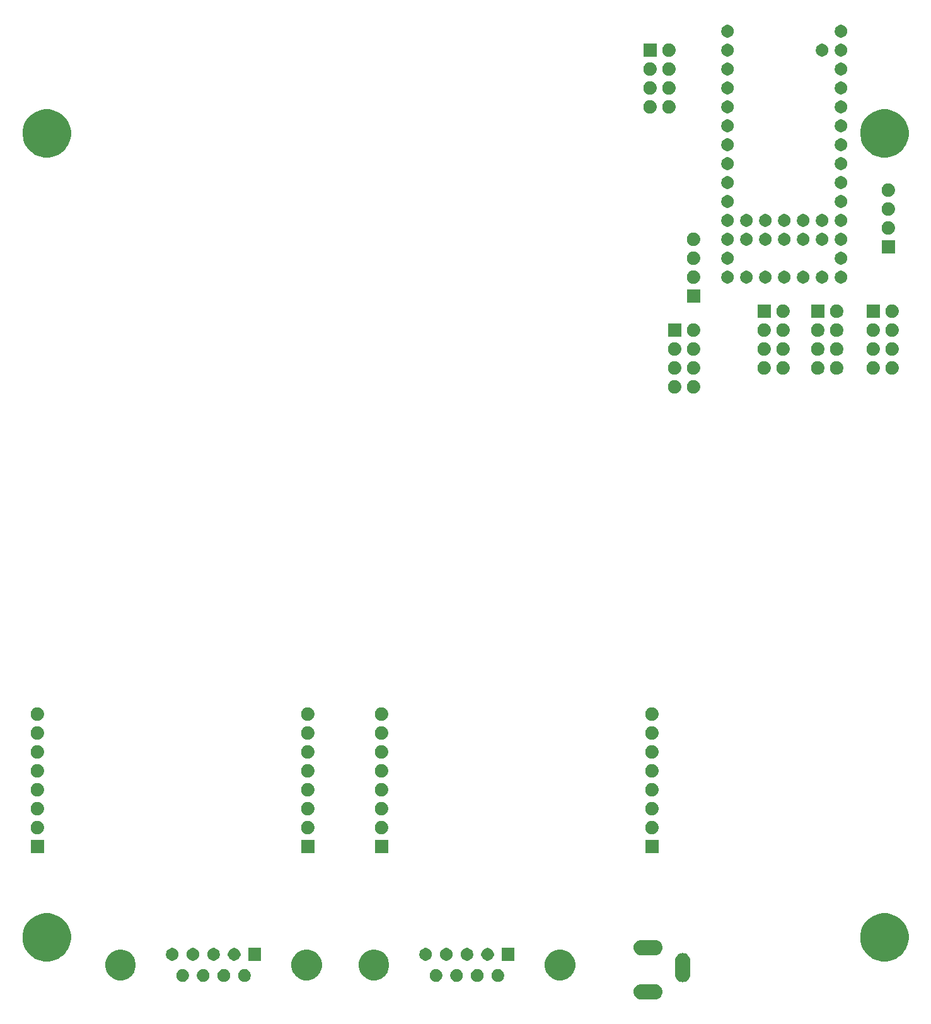
<source format=gbr>
G04 #@! TF.GenerationSoftware,KiCad,Pcbnew,(5.1.5)-3*
G04 #@! TF.CreationDate,2020-06-18T11:51:05-04:00*
G04 #@! TF.ProjectId,mtd415te,6d746434-3135-4746-952e-6b696361645f,rev?*
G04 #@! TF.SameCoordinates,Original*
G04 #@! TF.FileFunction,Soldermask,Bot*
G04 #@! TF.FilePolarity,Negative*
%FSLAX46Y46*%
G04 Gerber Fmt 4.6, Leading zero omitted, Abs format (unit mm)*
G04 Created by KiCad (PCBNEW (5.1.5)-3) date 2020-06-18 11:51:05*
%MOMM*%
%LPD*%
G04 APERTURE LIST*
%ADD10C,0.100000*%
G04 APERTURE END LIST*
D10*
G36*
X130178228Y-155679483D02*
G01*
X130366922Y-155736723D01*
X130540815Y-155829671D01*
X130693239Y-155954761D01*
X130818329Y-156107185D01*
X130911277Y-156281078D01*
X130968517Y-156469772D01*
X130987843Y-156666000D01*
X130968517Y-156862228D01*
X130911277Y-157050922D01*
X130818329Y-157224815D01*
X130693239Y-157377239D01*
X130540815Y-157502329D01*
X130366922Y-157595277D01*
X130178228Y-157652517D01*
X130031175Y-157667000D01*
X128032825Y-157667000D01*
X127885772Y-157652517D01*
X127697078Y-157595277D01*
X127523185Y-157502329D01*
X127370761Y-157377239D01*
X127245671Y-157224815D01*
X127152723Y-157050922D01*
X127095483Y-156862228D01*
X127076157Y-156666000D01*
X127095483Y-156469772D01*
X127152723Y-156281078D01*
X127245671Y-156107185D01*
X127370761Y-155954761D01*
X127523185Y-155829671D01*
X127697078Y-155736723D01*
X127885772Y-155679483D01*
X128032825Y-155665000D01*
X130031175Y-155665000D01*
X130178228Y-155679483D01*
G37*
G36*
X133878227Y-151479483D02*
G01*
X134066921Y-151536723D01*
X134240815Y-151629671D01*
X134393239Y-151754761D01*
X134518329Y-151907185D01*
X134611277Y-152081078D01*
X134668517Y-152269772D01*
X134683000Y-152416825D01*
X134683000Y-154415175D01*
X134668517Y-154562228D01*
X134611277Y-154750922D01*
X134518329Y-154924815D01*
X134393239Y-155077239D01*
X134240815Y-155202329D01*
X134066922Y-155295277D01*
X133878228Y-155352517D01*
X133682000Y-155371843D01*
X133485773Y-155352517D01*
X133297079Y-155295277D01*
X133123186Y-155202329D01*
X132970762Y-155077239D01*
X132845672Y-154924815D01*
X132752724Y-154750922D01*
X132695484Y-154562228D01*
X132681001Y-154415175D01*
X132681000Y-152416826D01*
X132695483Y-152269773D01*
X132752723Y-152081079D01*
X132845671Y-151907185D01*
X132970761Y-151754761D01*
X133123185Y-151629671D01*
X133297078Y-151536723D01*
X133485772Y-151479483D01*
X133682000Y-151460157D01*
X133878227Y-151479483D01*
G37*
G36*
X100789228Y-153659703D02*
G01*
X100944100Y-153723853D01*
X101083481Y-153816985D01*
X101202015Y-153935519D01*
X101295147Y-154074900D01*
X101359297Y-154229772D01*
X101392000Y-154394184D01*
X101392000Y-154561816D01*
X101359297Y-154726228D01*
X101295147Y-154881100D01*
X101202015Y-155020481D01*
X101083481Y-155139015D01*
X100944100Y-155232147D01*
X100789228Y-155296297D01*
X100624816Y-155329000D01*
X100457184Y-155329000D01*
X100292772Y-155296297D01*
X100137900Y-155232147D01*
X99998519Y-155139015D01*
X99879985Y-155020481D01*
X99786853Y-154881100D01*
X99722703Y-154726228D01*
X99690000Y-154561816D01*
X99690000Y-154394184D01*
X99722703Y-154229772D01*
X99786853Y-154074900D01*
X99879985Y-153935519D01*
X99998519Y-153816985D01*
X100137900Y-153723853D01*
X100292772Y-153659703D01*
X100457184Y-153627000D01*
X100624816Y-153627000D01*
X100789228Y-153659703D01*
G37*
G36*
X109099228Y-153659703D02*
G01*
X109254100Y-153723853D01*
X109393481Y-153816985D01*
X109512015Y-153935519D01*
X109605147Y-154074900D01*
X109669297Y-154229772D01*
X109702000Y-154394184D01*
X109702000Y-154561816D01*
X109669297Y-154726228D01*
X109605147Y-154881100D01*
X109512015Y-155020481D01*
X109393481Y-155139015D01*
X109254100Y-155232147D01*
X109099228Y-155296297D01*
X108934816Y-155329000D01*
X108767184Y-155329000D01*
X108602772Y-155296297D01*
X108447900Y-155232147D01*
X108308519Y-155139015D01*
X108189985Y-155020481D01*
X108096853Y-154881100D01*
X108032703Y-154726228D01*
X108000000Y-154561816D01*
X108000000Y-154394184D01*
X108032703Y-154229772D01*
X108096853Y-154074900D01*
X108189985Y-153935519D01*
X108308519Y-153816985D01*
X108447900Y-153723853D01*
X108602772Y-153659703D01*
X108767184Y-153627000D01*
X108934816Y-153627000D01*
X109099228Y-153659703D01*
G37*
G36*
X103559228Y-153659703D02*
G01*
X103714100Y-153723853D01*
X103853481Y-153816985D01*
X103972015Y-153935519D01*
X104065147Y-154074900D01*
X104129297Y-154229772D01*
X104162000Y-154394184D01*
X104162000Y-154561816D01*
X104129297Y-154726228D01*
X104065147Y-154881100D01*
X103972015Y-155020481D01*
X103853481Y-155139015D01*
X103714100Y-155232147D01*
X103559228Y-155296297D01*
X103394816Y-155329000D01*
X103227184Y-155329000D01*
X103062772Y-155296297D01*
X102907900Y-155232147D01*
X102768519Y-155139015D01*
X102649985Y-155020481D01*
X102556853Y-154881100D01*
X102492703Y-154726228D01*
X102460000Y-154561816D01*
X102460000Y-154394184D01*
X102492703Y-154229772D01*
X102556853Y-154074900D01*
X102649985Y-153935519D01*
X102768519Y-153816985D01*
X102907900Y-153723853D01*
X103062772Y-153659703D01*
X103227184Y-153627000D01*
X103394816Y-153627000D01*
X103559228Y-153659703D01*
G37*
G36*
X106329228Y-153659703D02*
G01*
X106484100Y-153723853D01*
X106623481Y-153816985D01*
X106742015Y-153935519D01*
X106835147Y-154074900D01*
X106899297Y-154229772D01*
X106932000Y-154394184D01*
X106932000Y-154561816D01*
X106899297Y-154726228D01*
X106835147Y-154881100D01*
X106742015Y-155020481D01*
X106623481Y-155139015D01*
X106484100Y-155232147D01*
X106329228Y-155296297D01*
X106164816Y-155329000D01*
X105997184Y-155329000D01*
X105832772Y-155296297D01*
X105677900Y-155232147D01*
X105538519Y-155139015D01*
X105419985Y-155020481D01*
X105326853Y-154881100D01*
X105262703Y-154726228D01*
X105230000Y-154561816D01*
X105230000Y-154394184D01*
X105262703Y-154229772D01*
X105326853Y-154074900D01*
X105419985Y-153935519D01*
X105538519Y-153816985D01*
X105677900Y-153723853D01*
X105832772Y-153659703D01*
X105997184Y-153627000D01*
X106164816Y-153627000D01*
X106329228Y-153659703D01*
G37*
G36*
X66753228Y-153659703D02*
G01*
X66908100Y-153723853D01*
X67047481Y-153816985D01*
X67166015Y-153935519D01*
X67259147Y-154074900D01*
X67323297Y-154229772D01*
X67356000Y-154394184D01*
X67356000Y-154561816D01*
X67323297Y-154726228D01*
X67259147Y-154881100D01*
X67166015Y-155020481D01*
X67047481Y-155139015D01*
X66908100Y-155232147D01*
X66753228Y-155296297D01*
X66588816Y-155329000D01*
X66421184Y-155329000D01*
X66256772Y-155296297D01*
X66101900Y-155232147D01*
X65962519Y-155139015D01*
X65843985Y-155020481D01*
X65750853Y-154881100D01*
X65686703Y-154726228D01*
X65654000Y-154561816D01*
X65654000Y-154394184D01*
X65686703Y-154229772D01*
X65750853Y-154074900D01*
X65843985Y-153935519D01*
X65962519Y-153816985D01*
X66101900Y-153723853D01*
X66256772Y-153659703D01*
X66421184Y-153627000D01*
X66588816Y-153627000D01*
X66753228Y-153659703D01*
G37*
G36*
X69523228Y-153659703D02*
G01*
X69678100Y-153723853D01*
X69817481Y-153816985D01*
X69936015Y-153935519D01*
X70029147Y-154074900D01*
X70093297Y-154229772D01*
X70126000Y-154394184D01*
X70126000Y-154561816D01*
X70093297Y-154726228D01*
X70029147Y-154881100D01*
X69936015Y-155020481D01*
X69817481Y-155139015D01*
X69678100Y-155232147D01*
X69523228Y-155296297D01*
X69358816Y-155329000D01*
X69191184Y-155329000D01*
X69026772Y-155296297D01*
X68871900Y-155232147D01*
X68732519Y-155139015D01*
X68613985Y-155020481D01*
X68520853Y-154881100D01*
X68456703Y-154726228D01*
X68424000Y-154561816D01*
X68424000Y-154394184D01*
X68456703Y-154229772D01*
X68520853Y-154074900D01*
X68613985Y-153935519D01*
X68732519Y-153816985D01*
X68871900Y-153723853D01*
X69026772Y-153659703D01*
X69191184Y-153627000D01*
X69358816Y-153627000D01*
X69523228Y-153659703D01*
G37*
G36*
X72293228Y-153659703D02*
G01*
X72448100Y-153723853D01*
X72587481Y-153816985D01*
X72706015Y-153935519D01*
X72799147Y-154074900D01*
X72863297Y-154229772D01*
X72896000Y-154394184D01*
X72896000Y-154561816D01*
X72863297Y-154726228D01*
X72799147Y-154881100D01*
X72706015Y-155020481D01*
X72587481Y-155139015D01*
X72448100Y-155232147D01*
X72293228Y-155296297D01*
X72128816Y-155329000D01*
X71961184Y-155329000D01*
X71796772Y-155296297D01*
X71641900Y-155232147D01*
X71502519Y-155139015D01*
X71383985Y-155020481D01*
X71290853Y-154881100D01*
X71226703Y-154726228D01*
X71194000Y-154561816D01*
X71194000Y-154394184D01*
X71226703Y-154229772D01*
X71290853Y-154074900D01*
X71383985Y-153935519D01*
X71502519Y-153816985D01*
X71641900Y-153723853D01*
X71796772Y-153659703D01*
X71961184Y-153627000D01*
X72128816Y-153627000D01*
X72293228Y-153659703D01*
G37*
G36*
X75063228Y-153659703D02*
G01*
X75218100Y-153723853D01*
X75357481Y-153816985D01*
X75476015Y-153935519D01*
X75569147Y-154074900D01*
X75633297Y-154229772D01*
X75666000Y-154394184D01*
X75666000Y-154561816D01*
X75633297Y-154726228D01*
X75569147Y-154881100D01*
X75476015Y-155020481D01*
X75357481Y-155139015D01*
X75218100Y-155232147D01*
X75063228Y-155296297D01*
X74898816Y-155329000D01*
X74731184Y-155329000D01*
X74566772Y-155296297D01*
X74411900Y-155232147D01*
X74272519Y-155139015D01*
X74153985Y-155020481D01*
X74060853Y-154881100D01*
X73996703Y-154726228D01*
X73964000Y-154561816D01*
X73964000Y-154394184D01*
X73996703Y-154229772D01*
X74060853Y-154074900D01*
X74153985Y-153935519D01*
X74272519Y-153816985D01*
X74411900Y-153723853D01*
X74566772Y-153659703D01*
X74731184Y-153627000D01*
X74898816Y-153627000D01*
X75063228Y-153659703D01*
G37*
G36*
X58758254Y-151085818D02*
G01*
X58987097Y-151180608D01*
X59131513Y-151240427D01*
X59467436Y-151464884D01*
X59753116Y-151750564D01*
X59973961Y-152081081D01*
X59977574Y-152086489D01*
X60132182Y-152459746D01*
X60211000Y-152855993D01*
X60211000Y-153260007D01*
X60132182Y-153656254D01*
X60016506Y-153935520D01*
X59977573Y-154029513D01*
X59753116Y-154365436D01*
X59467436Y-154651116D01*
X59131513Y-154875573D01*
X59131512Y-154875574D01*
X59131511Y-154875574D01*
X58758254Y-155030182D01*
X58362007Y-155109000D01*
X57957993Y-155109000D01*
X57561746Y-155030182D01*
X57188489Y-154875574D01*
X57188488Y-154875574D01*
X57188487Y-154875573D01*
X56852564Y-154651116D01*
X56566884Y-154365436D01*
X56342427Y-154029513D01*
X56303494Y-153935520D01*
X56187818Y-153656254D01*
X56109000Y-153260007D01*
X56109000Y-152855993D01*
X56187818Y-152459746D01*
X56342426Y-152086489D01*
X56346040Y-152081081D01*
X56566884Y-151750564D01*
X56852564Y-151464884D01*
X57188487Y-151240427D01*
X57332903Y-151180608D01*
X57561746Y-151085818D01*
X57957993Y-151007000D01*
X58362007Y-151007000D01*
X58758254Y-151085818D01*
G37*
G36*
X117794254Y-151085818D02*
G01*
X118023097Y-151180608D01*
X118167513Y-151240427D01*
X118503436Y-151464884D01*
X118789116Y-151750564D01*
X119009961Y-152081081D01*
X119013574Y-152086489D01*
X119168182Y-152459746D01*
X119247000Y-152855993D01*
X119247000Y-153260007D01*
X119168182Y-153656254D01*
X119052506Y-153935520D01*
X119013573Y-154029513D01*
X118789116Y-154365436D01*
X118503436Y-154651116D01*
X118167513Y-154875573D01*
X118167512Y-154875574D01*
X118167511Y-154875574D01*
X117794254Y-155030182D01*
X117398007Y-155109000D01*
X116993993Y-155109000D01*
X116597746Y-155030182D01*
X116224489Y-154875574D01*
X116224488Y-154875574D01*
X116224487Y-154875573D01*
X115888564Y-154651116D01*
X115602884Y-154365436D01*
X115378427Y-154029513D01*
X115339494Y-153935520D01*
X115223818Y-153656254D01*
X115145000Y-153260007D01*
X115145000Y-152855993D01*
X115223818Y-152459746D01*
X115378426Y-152086489D01*
X115382040Y-152081081D01*
X115602884Y-151750564D01*
X115888564Y-151464884D01*
X116224487Y-151240427D01*
X116368903Y-151180608D01*
X116597746Y-151085818D01*
X116993993Y-151007000D01*
X117398007Y-151007000D01*
X117794254Y-151085818D01*
G37*
G36*
X92794254Y-151085818D02*
G01*
X93023097Y-151180608D01*
X93167513Y-151240427D01*
X93503436Y-151464884D01*
X93789116Y-151750564D01*
X94009961Y-152081081D01*
X94013574Y-152086489D01*
X94168182Y-152459746D01*
X94247000Y-152855993D01*
X94247000Y-153260007D01*
X94168182Y-153656254D01*
X94052506Y-153935520D01*
X94013573Y-154029513D01*
X93789116Y-154365436D01*
X93503436Y-154651116D01*
X93167513Y-154875573D01*
X93167512Y-154875574D01*
X93167511Y-154875574D01*
X92794254Y-155030182D01*
X92398007Y-155109000D01*
X91993993Y-155109000D01*
X91597746Y-155030182D01*
X91224489Y-154875574D01*
X91224488Y-154875574D01*
X91224487Y-154875573D01*
X90888564Y-154651116D01*
X90602884Y-154365436D01*
X90378427Y-154029513D01*
X90339494Y-153935520D01*
X90223818Y-153656254D01*
X90145000Y-153260007D01*
X90145000Y-152855993D01*
X90223818Y-152459746D01*
X90378426Y-152086489D01*
X90382040Y-152081081D01*
X90602884Y-151750564D01*
X90888564Y-151464884D01*
X91224487Y-151240427D01*
X91368903Y-151180608D01*
X91597746Y-151085818D01*
X91993993Y-151007000D01*
X92398007Y-151007000D01*
X92794254Y-151085818D01*
G37*
G36*
X83758254Y-151085818D02*
G01*
X83987097Y-151180608D01*
X84131513Y-151240427D01*
X84467436Y-151464884D01*
X84753116Y-151750564D01*
X84973961Y-152081081D01*
X84977574Y-152086489D01*
X85132182Y-152459746D01*
X85211000Y-152855993D01*
X85211000Y-153260007D01*
X85132182Y-153656254D01*
X85016506Y-153935520D01*
X84977573Y-154029513D01*
X84753116Y-154365436D01*
X84467436Y-154651116D01*
X84131513Y-154875573D01*
X84131512Y-154875574D01*
X84131511Y-154875574D01*
X83758254Y-155030182D01*
X83362007Y-155109000D01*
X82957993Y-155109000D01*
X82561746Y-155030182D01*
X82188489Y-154875574D01*
X82188488Y-154875574D01*
X82188487Y-154875573D01*
X81852564Y-154651116D01*
X81566884Y-154365436D01*
X81342427Y-154029513D01*
X81303494Y-153935520D01*
X81187818Y-153656254D01*
X81109000Y-153260007D01*
X81109000Y-152855993D01*
X81187818Y-152459746D01*
X81342426Y-152086489D01*
X81346040Y-152081081D01*
X81566884Y-151750564D01*
X81852564Y-151464884D01*
X82188487Y-151240427D01*
X82332903Y-151180608D01*
X82561746Y-151085818D01*
X82957993Y-151007000D01*
X83362007Y-151007000D01*
X83758254Y-151085818D01*
G37*
G36*
X161416239Y-146163467D02*
G01*
X161730282Y-146225934D01*
X162321926Y-146471001D01*
X162854392Y-146826784D01*
X163307216Y-147279608D01*
X163662999Y-147812074D01*
X163908066Y-148403718D01*
X163908066Y-148403719D01*
X164033000Y-149031803D01*
X164033000Y-149672197D01*
X164006241Y-149806722D01*
X163908066Y-150300282D01*
X163662999Y-150891926D01*
X163415265Y-151262685D01*
X163307217Y-151424391D01*
X162854391Y-151877217D01*
X162748477Y-151947986D01*
X162321926Y-152232999D01*
X161730282Y-152478066D01*
X161416239Y-152540533D01*
X161102197Y-152603000D01*
X160461803Y-152603000D01*
X160147761Y-152540533D01*
X159833718Y-152478066D01*
X159242074Y-152232999D01*
X158815523Y-151947986D01*
X158709609Y-151877217D01*
X158256783Y-151424391D01*
X158148735Y-151262685D01*
X157901001Y-150891926D01*
X157655934Y-150300282D01*
X157557759Y-149806722D01*
X157531000Y-149672197D01*
X157531000Y-149031803D01*
X157655934Y-148403719D01*
X157655934Y-148403718D01*
X157901001Y-147812074D01*
X158256784Y-147279608D01*
X158709608Y-146826784D01*
X159242074Y-146471001D01*
X159833718Y-146225934D01*
X160147761Y-146163467D01*
X160461803Y-146101000D01*
X161102197Y-146101000D01*
X161416239Y-146163467D01*
G37*
G36*
X48894239Y-146163467D02*
G01*
X49208282Y-146225934D01*
X49799926Y-146471001D01*
X50332392Y-146826784D01*
X50785216Y-147279608D01*
X51140999Y-147812074D01*
X51386066Y-148403718D01*
X51386066Y-148403719D01*
X51511000Y-149031803D01*
X51511000Y-149672197D01*
X51484241Y-149806722D01*
X51386066Y-150300282D01*
X51140999Y-150891926D01*
X50893265Y-151262685D01*
X50785217Y-151424391D01*
X50332391Y-151877217D01*
X50226477Y-151947986D01*
X49799926Y-152232999D01*
X49208282Y-152478066D01*
X48894239Y-152540533D01*
X48580197Y-152603000D01*
X47939803Y-152603000D01*
X47625761Y-152540533D01*
X47311718Y-152478066D01*
X46720074Y-152232999D01*
X46293523Y-151947986D01*
X46187609Y-151877217D01*
X45734783Y-151424391D01*
X45626735Y-151262685D01*
X45379001Y-150891926D01*
X45133934Y-150300282D01*
X45035759Y-149806722D01*
X45009000Y-149672197D01*
X45009000Y-149031803D01*
X45133934Y-148403719D01*
X45133934Y-148403718D01*
X45379001Y-147812074D01*
X45734784Y-147279608D01*
X46187608Y-146826784D01*
X46720074Y-146471001D01*
X47311718Y-146225934D01*
X47625761Y-146163467D01*
X47939803Y-146101000D01*
X48580197Y-146101000D01*
X48894239Y-146163467D01*
G37*
G36*
X68138228Y-150819703D02*
G01*
X68293100Y-150883853D01*
X68432481Y-150976985D01*
X68551015Y-151095519D01*
X68644147Y-151234900D01*
X68708297Y-151389772D01*
X68741000Y-151554184D01*
X68741000Y-151721816D01*
X68708297Y-151886228D01*
X68644147Y-152041100D01*
X68551015Y-152180481D01*
X68432481Y-152299015D01*
X68293100Y-152392147D01*
X68138228Y-152456297D01*
X67973816Y-152489000D01*
X67806184Y-152489000D01*
X67641772Y-152456297D01*
X67486900Y-152392147D01*
X67347519Y-152299015D01*
X67228985Y-152180481D01*
X67135853Y-152041100D01*
X67071703Y-151886228D01*
X67039000Y-151721816D01*
X67039000Y-151554184D01*
X67071703Y-151389772D01*
X67135853Y-151234900D01*
X67228985Y-151095519D01*
X67347519Y-150976985D01*
X67486900Y-150883853D01*
X67641772Y-150819703D01*
X67806184Y-150787000D01*
X67973816Y-150787000D01*
X68138228Y-150819703D01*
G37*
G36*
X99404228Y-150819703D02*
G01*
X99559100Y-150883853D01*
X99698481Y-150976985D01*
X99817015Y-151095519D01*
X99910147Y-151234900D01*
X99974297Y-151389772D01*
X100007000Y-151554184D01*
X100007000Y-151721816D01*
X99974297Y-151886228D01*
X99910147Y-152041100D01*
X99817015Y-152180481D01*
X99698481Y-152299015D01*
X99559100Y-152392147D01*
X99404228Y-152456297D01*
X99239816Y-152489000D01*
X99072184Y-152489000D01*
X98907772Y-152456297D01*
X98752900Y-152392147D01*
X98613519Y-152299015D01*
X98494985Y-152180481D01*
X98401853Y-152041100D01*
X98337703Y-151886228D01*
X98305000Y-151721816D01*
X98305000Y-151554184D01*
X98337703Y-151389772D01*
X98401853Y-151234900D01*
X98494985Y-151095519D01*
X98613519Y-150976985D01*
X98752900Y-150883853D01*
X98907772Y-150819703D01*
X99072184Y-150787000D01*
X99239816Y-150787000D01*
X99404228Y-150819703D01*
G37*
G36*
X102174228Y-150819703D02*
G01*
X102329100Y-150883853D01*
X102468481Y-150976985D01*
X102587015Y-151095519D01*
X102680147Y-151234900D01*
X102744297Y-151389772D01*
X102777000Y-151554184D01*
X102777000Y-151721816D01*
X102744297Y-151886228D01*
X102680147Y-152041100D01*
X102587015Y-152180481D01*
X102468481Y-152299015D01*
X102329100Y-152392147D01*
X102174228Y-152456297D01*
X102009816Y-152489000D01*
X101842184Y-152489000D01*
X101677772Y-152456297D01*
X101522900Y-152392147D01*
X101383519Y-152299015D01*
X101264985Y-152180481D01*
X101171853Y-152041100D01*
X101107703Y-151886228D01*
X101075000Y-151721816D01*
X101075000Y-151554184D01*
X101107703Y-151389772D01*
X101171853Y-151234900D01*
X101264985Y-151095519D01*
X101383519Y-150976985D01*
X101522900Y-150883853D01*
X101677772Y-150819703D01*
X101842184Y-150787000D01*
X102009816Y-150787000D01*
X102174228Y-150819703D01*
G37*
G36*
X104944228Y-150819703D02*
G01*
X105099100Y-150883853D01*
X105238481Y-150976985D01*
X105357015Y-151095519D01*
X105450147Y-151234900D01*
X105514297Y-151389772D01*
X105547000Y-151554184D01*
X105547000Y-151721816D01*
X105514297Y-151886228D01*
X105450147Y-152041100D01*
X105357015Y-152180481D01*
X105238481Y-152299015D01*
X105099100Y-152392147D01*
X104944228Y-152456297D01*
X104779816Y-152489000D01*
X104612184Y-152489000D01*
X104447772Y-152456297D01*
X104292900Y-152392147D01*
X104153519Y-152299015D01*
X104034985Y-152180481D01*
X103941853Y-152041100D01*
X103877703Y-151886228D01*
X103845000Y-151721816D01*
X103845000Y-151554184D01*
X103877703Y-151389772D01*
X103941853Y-151234900D01*
X104034985Y-151095519D01*
X104153519Y-150976985D01*
X104292900Y-150883853D01*
X104447772Y-150819703D01*
X104612184Y-150787000D01*
X104779816Y-150787000D01*
X104944228Y-150819703D01*
G37*
G36*
X107714228Y-150819703D02*
G01*
X107869100Y-150883853D01*
X108008481Y-150976985D01*
X108127015Y-151095519D01*
X108220147Y-151234900D01*
X108284297Y-151389772D01*
X108317000Y-151554184D01*
X108317000Y-151721816D01*
X108284297Y-151886228D01*
X108220147Y-152041100D01*
X108127015Y-152180481D01*
X108008481Y-152299015D01*
X107869100Y-152392147D01*
X107714228Y-152456297D01*
X107549816Y-152489000D01*
X107382184Y-152489000D01*
X107217772Y-152456297D01*
X107062900Y-152392147D01*
X106923519Y-152299015D01*
X106804985Y-152180481D01*
X106711853Y-152041100D01*
X106647703Y-151886228D01*
X106615000Y-151721816D01*
X106615000Y-151554184D01*
X106647703Y-151389772D01*
X106711853Y-151234900D01*
X106804985Y-151095519D01*
X106923519Y-150976985D01*
X107062900Y-150883853D01*
X107217772Y-150819703D01*
X107382184Y-150787000D01*
X107549816Y-150787000D01*
X107714228Y-150819703D01*
G37*
G36*
X77051000Y-152489000D02*
G01*
X75349000Y-152489000D01*
X75349000Y-150787000D01*
X77051000Y-150787000D01*
X77051000Y-152489000D01*
G37*
G36*
X73678228Y-150819703D02*
G01*
X73833100Y-150883853D01*
X73972481Y-150976985D01*
X74091015Y-151095519D01*
X74184147Y-151234900D01*
X74248297Y-151389772D01*
X74281000Y-151554184D01*
X74281000Y-151721816D01*
X74248297Y-151886228D01*
X74184147Y-152041100D01*
X74091015Y-152180481D01*
X73972481Y-152299015D01*
X73833100Y-152392147D01*
X73678228Y-152456297D01*
X73513816Y-152489000D01*
X73346184Y-152489000D01*
X73181772Y-152456297D01*
X73026900Y-152392147D01*
X72887519Y-152299015D01*
X72768985Y-152180481D01*
X72675853Y-152041100D01*
X72611703Y-151886228D01*
X72579000Y-151721816D01*
X72579000Y-151554184D01*
X72611703Y-151389772D01*
X72675853Y-151234900D01*
X72768985Y-151095519D01*
X72887519Y-150976985D01*
X73026900Y-150883853D01*
X73181772Y-150819703D01*
X73346184Y-150787000D01*
X73513816Y-150787000D01*
X73678228Y-150819703D01*
G37*
G36*
X70908228Y-150819703D02*
G01*
X71063100Y-150883853D01*
X71202481Y-150976985D01*
X71321015Y-151095519D01*
X71414147Y-151234900D01*
X71478297Y-151389772D01*
X71511000Y-151554184D01*
X71511000Y-151721816D01*
X71478297Y-151886228D01*
X71414147Y-152041100D01*
X71321015Y-152180481D01*
X71202481Y-152299015D01*
X71063100Y-152392147D01*
X70908228Y-152456297D01*
X70743816Y-152489000D01*
X70576184Y-152489000D01*
X70411772Y-152456297D01*
X70256900Y-152392147D01*
X70117519Y-152299015D01*
X69998985Y-152180481D01*
X69905853Y-152041100D01*
X69841703Y-151886228D01*
X69809000Y-151721816D01*
X69809000Y-151554184D01*
X69841703Y-151389772D01*
X69905853Y-151234900D01*
X69998985Y-151095519D01*
X70117519Y-150976985D01*
X70256900Y-150883853D01*
X70411772Y-150819703D01*
X70576184Y-150787000D01*
X70743816Y-150787000D01*
X70908228Y-150819703D01*
G37*
G36*
X65368228Y-150819703D02*
G01*
X65523100Y-150883853D01*
X65662481Y-150976985D01*
X65781015Y-151095519D01*
X65874147Y-151234900D01*
X65938297Y-151389772D01*
X65971000Y-151554184D01*
X65971000Y-151721816D01*
X65938297Y-151886228D01*
X65874147Y-152041100D01*
X65781015Y-152180481D01*
X65662481Y-152299015D01*
X65523100Y-152392147D01*
X65368228Y-152456297D01*
X65203816Y-152489000D01*
X65036184Y-152489000D01*
X64871772Y-152456297D01*
X64716900Y-152392147D01*
X64577519Y-152299015D01*
X64458985Y-152180481D01*
X64365853Y-152041100D01*
X64301703Y-151886228D01*
X64269000Y-151721816D01*
X64269000Y-151554184D01*
X64301703Y-151389772D01*
X64365853Y-151234900D01*
X64458985Y-151095519D01*
X64577519Y-150976985D01*
X64716900Y-150883853D01*
X64871772Y-150819703D01*
X65036184Y-150787000D01*
X65203816Y-150787000D01*
X65368228Y-150819703D01*
G37*
G36*
X111087000Y-152489000D02*
G01*
X109385000Y-152489000D01*
X109385000Y-150787000D01*
X111087000Y-150787000D01*
X111087000Y-152489000D01*
G37*
G36*
X130178228Y-149749483D02*
G01*
X130366922Y-149806723D01*
X130540815Y-149899671D01*
X130693239Y-150024761D01*
X130818329Y-150177185D01*
X130911277Y-150351078D01*
X130968517Y-150539772D01*
X130987843Y-150736000D01*
X130968517Y-150932228D01*
X130911277Y-151120922D01*
X130818329Y-151294815D01*
X130693239Y-151447239D01*
X130540815Y-151572329D01*
X130366922Y-151665277D01*
X130178228Y-151722517D01*
X130031175Y-151737000D01*
X128032825Y-151737000D01*
X127885772Y-151722517D01*
X127697078Y-151665277D01*
X127523185Y-151572329D01*
X127370761Y-151447239D01*
X127245671Y-151294815D01*
X127152723Y-151120922D01*
X127095483Y-150932228D01*
X127076157Y-150736000D01*
X127095483Y-150539772D01*
X127152723Y-150351078D01*
X127245671Y-150177185D01*
X127370761Y-150024761D01*
X127523185Y-149899671D01*
X127697078Y-149806723D01*
X127885772Y-149749483D01*
X128032825Y-149735000D01*
X130031175Y-149735000D01*
X130178228Y-149749483D01*
G37*
G36*
X47891000Y-138061000D02*
G01*
X46089000Y-138061000D01*
X46089000Y-136259000D01*
X47891000Y-136259000D01*
X47891000Y-138061000D01*
G37*
G36*
X130441000Y-138061000D02*
G01*
X128639000Y-138061000D01*
X128639000Y-136259000D01*
X130441000Y-136259000D01*
X130441000Y-138061000D01*
G37*
G36*
X94119000Y-138061000D02*
G01*
X92317000Y-138061000D01*
X92317000Y-136259000D01*
X94119000Y-136259000D01*
X94119000Y-138061000D01*
G37*
G36*
X84213000Y-138061000D02*
G01*
X82411000Y-138061000D01*
X82411000Y-136259000D01*
X84213000Y-136259000D01*
X84213000Y-138061000D01*
G37*
G36*
X129653512Y-133723927D02*
G01*
X129802812Y-133753624D01*
X129966784Y-133821544D01*
X130114354Y-133920147D01*
X130239853Y-134045646D01*
X130338456Y-134193216D01*
X130406376Y-134357188D01*
X130441000Y-134531259D01*
X130441000Y-134708741D01*
X130406376Y-134882812D01*
X130338456Y-135046784D01*
X130239853Y-135194354D01*
X130114354Y-135319853D01*
X129966784Y-135418456D01*
X129802812Y-135486376D01*
X129653512Y-135516073D01*
X129628742Y-135521000D01*
X129451258Y-135521000D01*
X129426488Y-135516073D01*
X129277188Y-135486376D01*
X129113216Y-135418456D01*
X128965646Y-135319853D01*
X128840147Y-135194354D01*
X128741544Y-135046784D01*
X128673624Y-134882812D01*
X128639000Y-134708741D01*
X128639000Y-134531259D01*
X128673624Y-134357188D01*
X128741544Y-134193216D01*
X128840147Y-134045646D01*
X128965646Y-133920147D01*
X129113216Y-133821544D01*
X129277188Y-133753624D01*
X129426488Y-133723927D01*
X129451258Y-133719000D01*
X129628742Y-133719000D01*
X129653512Y-133723927D01*
G37*
G36*
X93331512Y-133723927D02*
G01*
X93480812Y-133753624D01*
X93644784Y-133821544D01*
X93792354Y-133920147D01*
X93917853Y-134045646D01*
X94016456Y-134193216D01*
X94084376Y-134357188D01*
X94119000Y-134531259D01*
X94119000Y-134708741D01*
X94084376Y-134882812D01*
X94016456Y-135046784D01*
X93917853Y-135194354D01*
X93792354Y-135319853D01*
X93644784Y-135418456D01*
X93480812Y-135486376D01*
X93331512Y-135516073D01*
X93306742Y-135521000D01*
X93129258Y-135521000D01*
X93104488Y-135516073D01*
X92955188Y-135486376D01*
X92791216Y-135418456D01*
X92643646Y-135319853D01*
X92518147Y-135194354D01*
X92419544Y-135046784D01*
X92351624Y-134882812D01*
X92317000Y-134708741D01*
X92317000Y-134531259D01*
X92351624Y-134357188D01*
X92419544Y-134193216D01*
X92518147Y-134045646D01*
X92643646Y-133920147D01*
X92791216Y-133821544D01*
X92955188Y-133753624D01*
X93104488Y-133723927D01*
X93129258Y-133719000D01*
X93306742Y-133719000D01*
X93331512Y-133723927D01*
G37*
G36*
X83425512Y-133723927D02*
G01*
X83574812Y-133753624D01*
X83738784Y-133821544D01*
X83886354Y-133920147D01*
X84011853Y-134045646D01*
X84110456Y-134193216D01*
X84178376Y-134357188D01*
X84213000Y-134531259D01*
X84213000Y-134708741D01*
X84178376Y-134882812D01*
X84110456Y-135046784D01*
X84011853Y-135194354D01*
X83886354Y-135319853D01*
X83738784Y-135418456D01*
X83574812Y-135486376D01*
X83425512Y-135516073D01*
X83400742Y-135521000D01*
X83223258Y-135521000D01*
X83198488Y-135516073D01*
X83049188Y-135486376D01*
X82885216Y-135418456D01*
X82737646Y-135319853D01*
X82612147Y-135194354D01*
X82513544Y-135046784D01*
X82445624Y-134882812D01*
X82411000Y-134708741D01*
X82411000Y-134531259D01*
X82445624Y-134357188D01*
X82513544Y-134193216D01*
X82612147Y-134045646D01*
X82737646Y-133920147D01*
X82885216Y-133821544D01*
X83049188Y-133753624D01*
X83198488Y-133723927D01*
X83223258Y-133719000D01*
X83400742Y-133719000D01*
X83425512Y-133723927D01*
G37*
G36*
X47103512Y-133723927D02*
G01*
X47252812Y-133753624D01*
X47416784Y-133821544D01*
X47564354Y-133920147D01*
X47689853Y-134045646D01*
X47788456Y-134193216D01*
X47856376Y-134357188D01*
X47891000Y-134531259D01*
X47891000Y-134708741D01*
X47856376Y-134882812D01*
X47788456Y-135046784D01*
X47689853Y-135194354D01*
X47564354Y-135319853D01*
X47416784Y-135418456D01*
X47252812Y-135486376D01*
X47103512Y-135516073D01*
X47078742Y-135521000D01*
X46901258Y-135521000D01*
X46876488Y-135516073D01*
X46727188Y-135486376D01*
X46563216Y-135418456D01*
X46415646Y-135319853D01*
X46290147Y-135194354D01*
X46191544Y-135046784D01*
X46123624Y-134882812D01*
X46089000Y-134708741D01*
X46089000Y-134531259D01*
X46123624Y-134357188D01*
X46191544Y-134193216D01*
X46290147Y-134045646D01*
X46415646Y-133920147D01*
X46563216Y-133821544D01*
X46727188Y-133753624D01*
X46876488Y-133723927D01*
X46901258Y-133719000D01*
X47078742Y-133719000D01*
X47103512Y-133723927D01*
G37*
G36*
X93331512Y-131183927D02*
G01*
X93480812Y-131213624D01*
X93644784Y-131281544D01*
X93792354Y-131380147D01*
X93917853Y-131505646D01*
X94016456Y-131653216D01*
X94084376Y-131817188D01*
X94119000Y-131991259D01*
X94119000Y-132168741D01*
X94084376Y-132342812D01*
X94016456Y-132506784D01*
X93917853Y-132654354D01*
X93792354Y-132779853D01*
X93644784Y-132878456D01*
X93480812Y-132946376D01*
X93331512Y-132976073D01*
X93306742Y-132981000D01*
X93129258Y-132981000D01*
X93104488Y-132976073D01*
X92955188Y-132946376D01*
X92791216Y-132878456D01*
X92643646Y-132779853D01*
X92518147Y-132654354D01*
X92419544Y-132506784D01*
X92351624Y-132342812D01*
X92317000Y-132168741D01*
X92317000Y-131991259D01*
X92351624Y-131817188D01*
X92419544Y-131653216D01*
X92518147Y-131505646D01*
X92643646Y-131380147D01*
X92791216Y-131281544D01*
X92955188Y-131213624D01*
X93104488Y-131183927D01*
X93129258Y-131179000D01*
X93306742Y-131179000D01*
X93331512Y-131183927D01*
G37*
G36*
X47103512Y-131183927D02*
G01*
X47252812Y-131213624D01*
X47416784Y-131281544D01*
X47564354Y-131380147D01*
X47689853Y-131505646D01*
X47788456Y-131653216D01*
X47856376Y-131817188D01*
X47891000Y-131991259D01*
X47891000Y-132168741D01*
X47856376Y-132342812D01*
X47788456Y-132506784D01*
X47689853Y-132654354D01*
X47564354Y-132779853D01*
X47416784Y-132878456D01*
X47252812Y-132946376D01*
X47103512Y-132976073D01*
X47078742Y-132981000D01*
X46901258Y-132981000D01*
X46876488Y-132976073D01*
X46727188Y-132946376D01*
X46563216Y-132878456D01*
X46415646Y-132779853D01*
X46290147Y-132654354D01*
X46191544Y-132506784D01*
X46123624Y-132342812D01*
X46089000Y-132168741D01*
X46089000Y-131991259D01*
X46123624Y-131817188D01*
X46191544Y-131653216D01*
X46290147Y-131505646D01*
X46415646Y-131380147D01*
X46563216Y-131281544D01*
X46727188Y-131213624D01*
X46876488Y-131183927D01*
X46901258Y-131179000D01*
X47078742Y-131179000D01*
X47103512Y-131183927D01*
G37*
G36*
X83425512Y-131183927D02*
G01*
X83574812Y-131213624D01*
X83738784Y-131281544D01*
X83886354Y-131380147D01*
X84011853Y-131505646D01*
X84110456Y-131653216D01*
X84178376Y-131817188D01*
X84213000Y-131991259D01*
X84213000Y-132168741D01*
X84178376Y-132342812D01*
X84110456Y-132506784D01*
X84011853Y-132654354D01*
X83886354Y-132779853D01*
X83738784Y-132878456D01*
X83574812Y-132946376D01*
X83425512Y-132976073D01*
X83400742Y-132981000D01*
X83223258Y-132981000D01*
X83198488Y-132976073D01*
X83049188Y-132946376D01*
X82885216Y-132878456D01*
X82737646Y-132779853D01*
X82612147Y-132654354D01*
X82513544Y-132506784D01*
X82445624Y-132342812D01*
X82411000Y-132168741D01*
X82411000Y-131991259D01*
X82445624Y-131817188D01*
X82513544Y-131653216D01*
X82612147Y-131505646D01*
X82737646Y-131380147D01*
X82885216Y-131281544D01*
X83049188Y-131213624D01*
X83198488Y-131183927D01*
X83223258Y-131179000D01*
X83400742Y-131179000D01*
X83425512Y-131183927D01*
G37*
G36*
X129653512Y-131183927D02*
G01*
X129802812Y-131213624D01*
X129966784Y-131281544D01*
X130114354Y-131380147D01*
X130239853Y-131505646D01*
X130338456Y-131653216D01*
X130406376Y-131817188D01*
X130441000Y-131991259D01*
X130441000Y-132168741D01*
X130406376Y-132342812D01*
X130338456Y-132506784D01*
X130239853Y-132654354D01*
X130114354Y-132779853D01*
X129966784Y-132878456D01*
X129802812Y-132946376D01*
X129653512Y-132976073D01*
X129628742Y-132981000D01*
X129451258Y-132981000D01*
X129426488Y-132976073D01*
X129277188Y-132946376D01*
X129113216Y-132878456D01*
X128965646Y-132779853D01*
X128840147Y-132654354D01*
X128741544Y-132506784D01*
X128673624Y-132342812D01*
X128639000Y-132168741D01*
X128639000Y-131991259D01*
X128673624Y-131817188D01*
X128741544Y-131653216D01*
X128840147Y-131505646D01*
X128965646Y-131380147D01*
X129113216Y-131281544D01*
X129277188Y-131213624D01*
X129426488Y-131183927D01*
X129451258Y-131179000D01*
X129628742Y-131179000D01*
X129653512Y-131183927D01*
G37*
G36*
X129653512Y-128643927D02*
G01*
X129802812Y-128673624D01*
X129966784Y-128741544D01*
X130114354Y-128840147D01*
X130239853Y-128965646D01*
X130338456Y-129113216D01*
X130406376Y-129277188D01*
X130441000Y-129451259D01*
X130441000Y-129628741D01*
X130406376Y-129802812D01*
X130338456Y-129966784D01*
X130239853Y-130114354D01*
X130114354Y-130239853D01*
X129966784Y-130338456D01*
X129802812Y-130406376D01*
X129653512Y-130436073D01*
X129628742Y-130441000D01*
X129451258Y-130441000D01*
X129426488Y-130436073D01*
X129277188Y-130406376D01*
X129113216Y-130338456D01*
X128965646Y-130239853D01*
X128840147Y-130114354D01*
X128741544Y-129966784D01*
X128673624Y-129802812D01*
X128639000Y-129628741D01*
X128639000Y-129451259D01*
X128673624Y-129277188D01*
X128741544Y-129113216D01*
X128840147Y-128965646D01*
X128965646Y-128840147D01*
X129113216Y-128741544D01*
X129277188Y-128673624D01*
X129426488Y-128643927D01*
X129451258Y-128639000D01*
X129628742Y-128639000D01*
X129653512Y-128643927D01*
G37*
G36*
X93331512Y-128643927D02*
G01*
X93480812Y-128673624D01*
X93644784Y-128741544D01*
X93792354Y-128840147D01*
X93917853Y-128965646D01*
X94016456Y-129113216D01*
X94084376Y-129277188D01*
X94119000Y-129451259D01*
X94119000Y-129628741D01*
X94084376Y-129802812D01*
X94016456Y-129966784D01*
X93917853Y-130114354D01*
X93792354Y-130239853D01*
X93644784Y-130338456D01*
X93480812Y-130406376D01*
X93331512Y-130436073D01*
X93306742Y-130441000D01*
X93129258Y-130441000D01*
X93104488Y-130436073D01*
X92955188Y-130406376D01*
X92791216Y-130338456D01*
X92643646Y-130239853D01*
X92518147Y-130114354D01*
X92419544Y-129966784D01*
X92351624Y-129802812D01*
X92317000Y-129628741D01*
X92317000Y-129451259D01*
X92351624Y-129277188D01*
X92419544Y-129113216D01*
X92518147Y-128965646D01*
X92643646Y-128840147D01*
X92791216Y-128741544D01*
X92955188Y-128673624D01*
X93104488Y-128643927D01*
X93129258Y-128639000D01*
X93306742Y-128639000D01*
X93331512Y-128643927D01*
G37*
G36*
X83425512Y-128643927D02*
G01*
X83574812Y-128673624D01*
X83738784Y-128741544D01*
X83886354Y-128840147D01*
X84011853Y-128965646D01*
X84110456Y-129113216D01*
X84178376Y-129277188D01*
X84213000Y-129451259D01*
X84213000Y-129628741D01*
X84178376Y-129802812D01*
X84110456Y-129966784D01*
X84011853Y-130114354D01*
X83886354Y-130239853D01*
X83738784Y-130338456D01*
X83574812Y-130406376D01*
X83425512Y-130436073D01*
X83400742Y-130441000D01*
X83223258Y-130441000D01*
X83198488Y-130436073D01*
X83049188Y-130406376D01*
X82885216Y-130338456D01*
X82737646Y-130239853D01*
X82612147Y-130114354D01*
X82513544Y-129966784D01*
X82445624Y-129802812D01*
X82411000Y-129628741D01*
X82411000Y-129451259D01*
X82445624Y-129277188D01*
X82513544Y-129113216D01*
X82612147Y-128965646D01*
X82737646Y-128840147D01*
X82885216Y-128741544D01*
X83049188Y-128673624D01*
X83198488Y-128643927D01*
X83223258Y-128639000D01*
X83400742Y-128639000D01*
X83425512Y-128643927D01*
G37*
G36*
X47103512Y-128643927D02*
G01*
X47252812Y-128673624D01*
X47416784Y-128741544D01*
X47564354Y-128840147D01*
X47689853Y-128965646D01*
X47788456Y-129113216D01*
X47856376Y-129277188D01*
X47891000Y-129451259D01*
X47891000Y-129628741D01*
X47856376Y-129802812D01*
X47788456Y-129966784D01*
X47689853Y-130114354D01*
X47564354Y-130239853D01*
X47416784Y-130338456D01*
X47252812Y-130406376D01*
X47103512Y-130436073D01*
X47078742Y-130441000D01*
X46901258Y-130441000D01*
X46876488Y-130436073D01*
X46727188Y-130406376D01*
X46563216Y-130338456D01*
X46415646Y-130239853D01*
X46290147Y-130114354D01*
X46191544Y-129966784D01*
X46123624Y-129802812D01*
X46089000Y-129628741D01*
X46089000Y-129451259D01*
X46123624Y-129277188D01*
X46191544Y-129113216D01*
X46290147Y-128965646D01*
X46415646Y-128840147D01*
X46563216Y-128741544D01*
X46727188Y-128673624D01*
X46876488Y-128643927D01*
X46901258Y-128639000D01*
X47078742Y-128639000D01*
X47103512Y-128643927D01*
G37*
G36*
X47103512Y-126103927D02*
G01*
X47252812Y-126133624D01*
X47416784Y-126201544D01*
X47564354Y-126300147D01*
X47689853Y-126425646D01*
X47788456Y-126573216D01*
X47856376Y-126737188D01*
X47891000Y-126911259D01*
X47891000Y-127088741D01*
X47856376Y-127262812D01*
X47788456Y-127426784D01*
X47689853Y-127574354D01*
X47564354Y-127699853D01*
X47416784Y-127798456D01*
X47252812Y-127866376D01*
X47103512Y-127896073D01*
X47078742Y-127901000D01*
X46901258Y-127901000D01*
X46876488Y-127896073D01*
X46727188Y-127866376D01*
X46563216Y-127798456D01*
X46415646Y-127699853D01*
X46290147Y-127574354D01*
X46191544Y-127426784D01*
X46123624Y-127262812D01*
X46089000Y-127088741D01*
X46089000Y-126911259D01*
X46123624Y-126737188D01*
X46191544Y-126573216D01*
X46290147Y-126425646D01*
X46415646Y-126300147D01*
X46563216Y-126201544D01*
X46727188Y-126133624D01*
X46876488Y-126103927D01*
X46901258Y-126099000D01*
X47078742Y-126099000D01*
X47103512Y-126103927D01*
G37*
G36*
X83425512Y-126103927D02*
G01*
X83574812Y-126133624D01*
X83738784Y-126201544D01*
X83886354Y-126300147D01*
X84011853Y-126425646D01*
X84110456Y-126573216D01*
X84178376Y-126737188D01*
X84213000Y-126911259D01*
X84213000Y-127088741D01*
X84178376Y-127262812D01*
X84110456Y-127426784D01*
X84011853Y-127574354D01*
X83886354Y-127699853D01*
X83738784Y-127798456D01*
X83574812Y-127866376D01*
X83425512Y-127896073D01*
X83400742Y-127901000D01*
X83223258Y-127901000D01*
X83198488Y-127896073D01*
X83049188Y-127866376D01*
X82885216Y-127798456D01*
X82737646Y-127699853D01*
X82612147Y-127574354D01*
X82513544Y-127426784D01*
X82445624Y-127262812D01*
X82411000Y-127088741D01*
X82411000Y-126911259D01*
X82445624Y-126737188D01*
X82513544Y-126573216D01*
X82612147Y-126425646D01*
X82737646Y-126300147D01*
X82885216Y-126201544D01*
X83049188Y-126133624D01*
X83198488Y-126103927D01*
X83223258Y-126099000D01*
X83400742Y-126099000D01*
X83425512Y-126103927D01*
G37*
G36*
X93331512Y-126103927D02*
G01*
X93480812Y-126133624D01*
X93644784Y-126201544D01*
X93792354Y-126300147D01*
X93917853Y-126425646D01*
X94016456Y-126573216D01*
X94084376Y-126737188D01*
X94119000Y-126911259D01*
X94119000Y-127088741D01*
X94084376Y-127262812D01*
X94016456Y-127426784D01*
X93917853Y-127574354D01*
X93792354Y-127699853D01*
X93644784Y-127798456D01*
X93480812Y-127866376D01*
X93331512Y-127896073D01*
X93306742Y-127901000D01*
X93129258Y-127901000D01*
X93104488Y-127896073D01*
X92955188Y-127866376D01*
X92791216Y-127798456D01*
X92643646Y-127699853D01*
X92518147Y-127574354D01*
X92419544Y-127426784D01*
X92351624Y-127262812D01*
X92317000Y-127088741D01*
X92317000Y-126911259D01*
X92351624Y-126737188D01*
X92419544Y-126573216D01*
X92518147Y-126425646D01*
X92643646Y-126300147D01*
X92791216Y-126201544D01*
X92955188Y-126133624D01*
X93104488Y-126103927D01*
X93129258Y-126099000D01*
X93306742Y-126099000D01*
X93331512Y-126103927D01*
G37*
G36*
X129653512Y-126103927D02*
G01*
X129802812Y-126133624D01*
X129966784Y-126201544D01*
X130114354Y-126300147D01*
X130239853Y-126425646D01*
X130338456Y-126573216D01*
X130406376Y-126737188D01*
X130441000Y-126911259D01*
X130441000Y-127088741D01*
X130406376Y-127262812D01*
X130338456Y-127426784D01*
X130239853Y-127574354D01*
X130114354Y-127699853D01*
X129966784Y-127798456D01*
X129802812Y-127866376D01*
X129653512Y-127896073D01*
X129628742Y-127901000D01*
X129451258Y-127901000D01*
X129426488Y-127896073D01*
X129277188Y-127866376D01*
X129113216Y-127798456D01*
X128965646Y-127699853D01*
X128840147Y-127574354D01*
X128741544Y-127426784D01*
X128673624Y-127262812D01*
X128639000Y-127088741D01*
X128639000Y-126911259D01*
X128673624Y-126737188D01*
X128741544Y-126573216D01*
X128840147Y-126425646D01*
X128965646Y-126300147D01*
X129113216Y-126201544D01*
X129277188Y-126133624D01*
X129426488Y-126103927D01*
X129451258Y-126099000D01*
X129628742Y-126099000D01*
X129653512Y-126103927D01*
G37*
G36*
X47103512Y-123563927D02*
G01*
X47252812Y-123593624D01*
X47416784Y-123661544D01*
X47564354Y-123760147D01*
X47689853Y-123885646D01*
X47788456Y-124033216D01*
X47856376Y-124197188D01*
X47891000Y-124371259D01*
X47891000Y-124548741D01*
X47856376Y-124722812D01*
X47788456Y-124886784D01*
X47689853Y-125034354D01*
X47564354Y-125159853D01*
X47416784Y-125258456D01*
X47252812Y-125326376D01*
X47103512Y-125356073D01*
X47078742Y-125361000D01*
X46901258Y-125361000D01*
X46876488Y-125356073D01*
X46727188Y-125326376D01*
X46563216Y-125258456D01*
X46415646Y-125159853D01*
X46290147Y-125034354D01*
X46191544Y-124886784D01*
X46123624Y-124722812D01*
X46089000Y-124548741D01*
X46089000Y-124371259D01*
X46123624Y-124197188D01*
X46191544Y-124033216D01*
X46290147Y-123885646D01*
X46415646Y-123760147D01*
X46563216Y-123661544D01*
X46727188Y-123593624D01*
X46876488Y-123563927D01*
X46901258Y-123559000D01*
X47078742Y-123559000D01*
X47103512Y-123563927D01*
G37*
G36*
X83425512Y-123563927D02*
G01*
X83574812Y-123593624D01*
X83738784Y-123661544D01*
X83886354Y-123760147D01*
X84011853Y-123885646D01*
X84110456Y-124033216D01*
X84178376Y-124197188D01*
X84213000Y-124371259D01*
X84213000Y-124548741D01*
X84178376Y-124722812D01*
X84110456Y-124886784D01*
X84011853Y-125034354D01*
X83886354Y-125159853D01*
X83738784Y-125258456D01*
X83574812Y-125326376D01*
X83425512Y-125356073D01*
X83400742Y-125361000D01*
X83223258Y-125361000D01*
X83198488Y-125356073D01*
X83049188Y-125326376D01*
X82885216Y-125258456D01*
X82737646Y-125159853D01*
X82612147Y-125034354D01*
X82513544Y-124886784D01*
X82445624Y-124722812D01*
X82411000Y-124548741D01*
X82411000Y-124371259D01*
X82445624Y-124197188D01*
X82513544Y-124033216D01*
X82612147Y-123885646D01*
X82737646Y-123760147D01*
X82885216Y-123661544D01*
X83049188Y-123593624D01*
X83198488Y-123563927D01*
X83223258Y-123559000D01*
X83400742Y-123559000D01*
X83425512Y-123563927D01*
G37*
G36*
X93331512Y-123563927D02*
G01*
X93480812Y-123593624D01*
X93644784Y-123661544D01*
X93792354Y-123760147D01*
X93917853Y-123885646D01*
X94016456Y-124033216D01*
X94084376Y-124197188D01*
X94119000Y-124371259D01*
X94119000Y-124548741D01*
X94084376Y-124722812D01*
X94016456Y-124886784D01*
X93917853Y-125034354D01*
X93792354Y-125159853D01*
X93644784Y-125258456D01*
X93480812Y-125326376D01*
X93331512Y-125356073D01*
X93306742Y-125361000D01*
X93129258Y-125361000D01*
X93104488Y-125356073D01*
X92955188Y-125326376D01*
X92791216Y-125258456D01*
X92643646Y-125159853D01*
X92518147Y-125034354D01*
X92419544Y-124886784D01*
X92351624Y-124722812D01*
X92317000Y-124548741D01*
X92317000Y-124371259D01*
X92351624Y-124197188D01*
X92419544Y-124033216D01*
X92518147Y-123885646D01*
X92643646Y-123760147D01*
X92791216Y-123661544D01*
X92955188Y-123593624D01*
X93104488Y-123563927D01*
X93129258Y-123559000D01*
X93306742Y-123559000D01*
X93331512Y-123563927D01*
G37*
G36*
X129653512Y-123563927D02*
G01*
X129802812Y-123593624D01*
X129966784Y-123661544D01*
X130114354Y-123760147D01*
X130239853Y-123885646D01*
X130338456Y-124033216D01*
X130406376Y-124197188D01*
X130441000Y-124371259D01*
X130441000Y-124548741D01*
X130406376Y-124722812D01*
X130338456Y-124886784D01*
X130239853Y-125034354D01*
X130114354Y-125159853D01*
X129966784Y-125258456D01*
X129802812Y-125326376D01*
X129653512Y-125356073D01*
X129628742Y-125361000D01*
X129451258Y-125361000D01*
X129426488Y-125356073D01*
X129277188Y-125326376D01*
X129113216Y-125258456D01*
X128965646Y-125159853D01*
X128840147Y-125034354D01*
X128741544Y-124886784D01*
X128673624Y-124722812D01*
X128639000Y-124548741D01*
X128639000Y-124371259D01*
X128673624Y-124197188D01*
X128741544Y-124033216D01*
X128840147Y-123885646D01*
X128965646Y-123760147D01*
X129113216Y-123661544D01*
X129277188Y-123593624D01*
X129426488Y-123563927D01*
X129451258Y-123559000D01*
X129628742Y-123559000D01*
X129653512Y-123563927D01*
G37*
G36*
X47103512Y-121023927D02*
G01*
X47252812Y-121053624D01*
X47416784Y-121121544D01*
X47564354Y-121220147D01*
X47689853Y-121345646D01*
X47788456Y-121493216D01*
X47856376Y-121657188D01*
X47891000Y-121831259D01*
X47891000Y-122008741D01*
X47856376Y-122182812D01*
X47788456Y-122346784D01*
X47689853Y-122494354D01*
X47564354Y-122619853D01*
X47416784Y-122718456D01*
X47252812Y-122786376D01*
X47103512Y-122816073D01*
X47078742Y-122821000D01*
X46901258Y-122821000D01*
X46876488Y-122816073D01*
X46727188Y-122786376D01*
X46563216Y-122718456D01*
X46415646Y-122619853D01*
X46290147Y-122494354D01*
X46191544Y-122346784D01*
X46123624Y-122182812D01*
X46089000Y-122008741D01*
X46089000Y-121831259D01*
X46123624Y-121657188D01*
X46191544Y-121493216D01*
X46290147Y-121345646D01*
X46415646Y-121220147D01*
X46563216Y-121121544D01*
X46727188Y-121053624D01*
X46876488Y-121023927D01*
X46901258Y-121019000D01*
X47078742Y-121019000D01*
X47103512Y-121023927D01*
G37*
G36*
X93331512Y-121023927D02*
G01*
X93480812Y-121053624D01*
X93644784Y-121121544D01*
X93792354Y-121220147D01*
X93917853Y-121345646D01*
X94016456Y-121493216D01*
X94084376Y-121657188D01*
X94119000Y-121831259D01*
X94119000Y-122008741D01*
X94084376Y-122182812D01*
X94016456Y-122346784D01*
X93917853Y-122494354D01*
X93792354Y-122619853D01*
X93644784Y-122718456D01*
X93480812Y-122786376D01*
X93331512Y-122816073D01*
X93306742Y-122821000D01*
X93129258Y-122821000D01*
X93104488Y-122816073D01*
X92955188Y-122786376D01*
X92791216Y-122718456D01*
X92643646Y-122619853D01*
X92518147Y-122494354D01*
X92419544Y-122346784D01*
X92351624Y-122182812D01*
X92317000Y-122008741D01*
X92317000Y-121831259D01*
X92351624Y-121657188D01*
X92419544Y-121493216D01*
X92518147Y-121345646D01*
X92643646Y-121220147D01*
X92791216Y-121121544D01*
X92955188Y-121053624D01*
X93104488Y-121023927D01*
X93129258Y-121019000D01*
X93306742Y-121019000D01*
X93331512Y-121023927D01*
G37*
G36*
X83425512Y-121023927D02*
G01*
X83574812Y-121053624D01*
X83738784Y-121121544D01*
X83886354Y-121220147D01*
X84011853Y-121345646D01*
X84110456Y-121493216D01*
X84178376Y-121657188D01*
X84213000Y-121831259D01*
X84213000Y-122008741D01*
X84178376Y-122182812D01*
X84110456Y-122346784D01*
X84011853Y-122494354D01*
X83886354Y-122619853D01*
X83738784Y-122718456D01*
X83574812Y-122786376D01*
X83425512Y-122816073D01*
X83400742Y-122821000D01*
X83223258Y-122821000D01*
X83198488Y-122816073D01*
X83049188Y-122786376D01*
X82885216Y-122718456D01*
X82737646Y-122619853D01*
X82612147Y-122494354D01*
X82513544Y-122346784D01*
X82445624Y-122182812D01*
X82411000Y-122008741D01*
X82411000Y-121831259D01*
X82445624Y-121657188D01*
X82513544Y-121493216D01*
X82612147Y-121345646D01*
X82737646Y-121220147D01*
X82885216Y-121121544D01*
X83049188Y-121053624D01*
X83198488Y-121023927D01*
X83223258Y-121019000D01*
X83400742Y-121019000D01*
X83425512Y-121023927D01*
G37*
G36*
X129653512Y-121023927D02*
G01*
X129802812Y-121053624D01*
X129966784Y-121121544D01*
X130114354Y-121220147D01*
X130239853Y-121345646D01*
X130338456Y-121493216D01*
X130406376Y-121657188D01*
X130441000Y-121831259D01*
X130441000Y-122008741D01*
X130406376Y-122182812D01*
X130338456Y-122346784D01*
X130239853Y-122494354D01*
X130114354Y-122619853D01*
X129966784Y-122718456D01*
X129802812Y-122786376D01*
X129653512Y-122816073D01*
X129628742Y-122821000D01*
X129451258Y-122821000D01*
X129426488Y-122816073D01*
X129277188Y-122786376D01*
X129113216Y-122718456D01*
X128965646Y-122619853D01*
X128840147Y-122494354D01*
X128741544Y-122346784D01*
X128673624Y-122182812D01*
X128639000Y-122008741D01*
X128639000Y-121831259D01*
X128673624Y-121657188D01*
X128741544Y-121493216D01*
X128840147Y-121345646D01*
X128965646Y-121220147D01*
X129113216Y-121121544D01*
X129277188Y-121053624D01*
X129426488Y-121023927D01*
X129451258Y-121019000D01*
X129628742Y-121019000D01*
X129653512Y-121023927D01*
G37*
G36*
X83425512Y-118483927D02*
G01*
X83574812Y-118513624D01*
X83738784Y-118581544D01*
X83886354Y-118680147D01*
X84011853Y-118805646D01*
X84110456Y-118953216D01*
X84178376Y-119117188D01*
X84213000Y-119291259D01*
X84213000Y-119468741D01*
X84178376Y-119642812D01*
X84110456Y-119806784D01*
X84011853Y-119954354D01*
X83886354Y-120079853D01*
X83738784Y-120178456D01*
X83574812Y-120246376D01*
X83425512Y-120276073D01*
X83400742Y-120281000D01*
X83223258Y-120281000D01*
X83198488Y-120276073D01*
X83049188Y-120246376D01*
X82885216Y-120178456D01*
X82737646Y-120079853D01*
X82612147Y-119954354D01*
X82513544Y-119806784D01*
X82445624Y-119642812D01*
X82411000Y-119468741D01*
X82411000Y-119291259D01*
X82445624Y-119117188D01*
X82513544Y-118953216D01*
X82612147Y-118805646D01*
X82737646Y-118680147D01*
X82885216Y-118581544D01*
X83049188Y-118513624D01*
X83198488Y-118483927D01*
X83223258Y-118479000D01*
X83400742Y-118479000D01*
X83425512Y-118483927D01*
G37*
G36*
X93331512Y-118483927D02*
G01*
X93480812Y-118513624D01*
X93644784Y-118581544D01*
X93792354Y-118680147D01*
X93917853Y-118805646D01*
X94016456Y-118953216D01*
X94084376Y-119117188D01*
X94119000Y-119291259D01*
X94119000Y-119468741D01*
X94084376Y-119642812D01*
X94016456Y-119806784D01*
X93917853Y-119954354D01*
X93792354Y-120079853D01*
X93644784Y-120178456D01*
X93480812Y-120246376D01*
X93331512Y-120276073D01*
X93306742Y-120281000D01*
X93129258Y-120281000D01*
X93104488Y-120276073D01*
X92955188Y-120246376D01*
X92791216Y-120178456D01*
X92643646Y-120079853D01*
X92518147Y-119954354D01*
X92419544Y-119806784D01*
X92351624Y-119642812D01*
X92317000Y-119468741D01*
X92317000Y-119291259D01*
X92351624Y-119117188D01*
X92419544Y-118953216D01*
X92518147Y-118805646D01*
X92643646Y-118680147D01*
X92791216Y-118581544D01*
X92955188Y-118513624D01*
X93104488Y-118483927D01*
X93129258Y-118479000D01*
X93306742Y-118479000D01*
X93331512Y-118483927D01*
G37*
G36*
X47103512Y-118483927D02*
G01*
X47252812Y-118513624D01*
X47416784Y-118581544D01*
X47564354Y-118680147D01*
X47689853Y-118805646D01*
X47788456Y-118953216D01*
X47856376Y-119117188D01*
X47891000Y-119291259D01*
X47891000Y-119468741D01*
X47856376Y-119642812D01*
X47788456Y-119806784D01*
X47689853Y-119954354D01*
X47564354Y-120079853D01*
X47416784Y-120178456D01*
X47252812Y-120246376D01*
X47103512Y-120276073D01*
X47078742Y-120281000D01*
X46901258Y-120281000D01*
X46876488Y-120276073D01*
X46727188Y-120246376D01*
X46563216Y-120178456D01*
X46415646Y-120079853D01*
X46290147Y-119954354D01*
X46191544Y-119806784D01*
X46123624Y-119642812D01*
X46089000Y-119468741D01*
X46089000Y-119291259D01*
X46123624Y-119117188D01*
X46191544Y-118953216D01*
X46290147Y-118805646D01*
X46415646Y-118680147D01*
X46563216Y-118581544D01*
X46727188Y-118513624D01*
X46876488Y-118483927D01*
X46901258Y-118479000D01*
X47078742Y-118479000D01*
X47103512Y-118483927D01*
G37*
G36*
X129653512Y-118483927D02*
G01*
X129802812Y-118513624D01*
X129966784Y-118581544D01*
X130114354Y-118680147D01*
X130239853Y-118805646D01*
X130338456Y-118953216D01*
X130406376Y-119117188D01*
X130441000Y-119291259D01*
X130441000Y-119468741D01*
X130406376Y-119642812D01*
X130338456Y-119806784D01*
X130239853Y-119954354D01*
X130114354Y-120079853D01*
X129966784Y-120178456D01*
X129802812Y-120246376D01*
X129653512Y-120276073D01*
X129628742Y-120281000D01*
X129451258Y-120281000D01*
X129426488Y-120276073D01*
X129277188Y-120246376D01*
X129113216Y-120178456D01*
X128965646Y-120079853D01*
X128840147Y-119954354D01*
X128741544Y-119806784D01*
X128673624Y-119642812D01*
X128639000Y-119468741D01*
X128639000Y-119291259D01*
X128673624Y-119117188D01*
X128741544Y-118953216D01*
X128840147Y-118805646D01*
X128965646Y-118680147D01*
X129113216Y-118581544D01*
X129277188Y-118513624D01*
X129426488Y-118483927D01*
X129451258Y-118479000D01*
X129628742Y-118479000D01*
X129653512Y-118483927D01*
G37*
G36*
X132701512Y-74541927D02*
G01*
X132850812Y-74571624D01*
X133014784Y-74639544D01*
X133162354Y-74738147D01*
X133287853Y-74863646D01*
X133386456Y-75011216D01*
X133454376Y-75175188D01*
X133489000Y-75349259D01*
X133489000Y-75526741D01*
X133454376Y-75700812D01*
X133386456Y-75864784D01*
X133287853Y-76012354D01*
X133162354Y-76137853D01*
X133014784Y-76236456D01*
X132850812Y-76304376D01*
X132701512Y-76334073D01*
X132676742Y-76339000D01*
X132499258Y-76339000D01*
X132474488Y-76334073D01*
X132325188Y-76304376D01*
X132161216Y-76236456D01*
X132013646Y-76137853D01*
X131888147Y-76012354D01*
X131789544Y-75864784D01*
X131721624Y-75700812D01*
X131687000Y-75526741D01*
X131687000Y-75349259D01*
X131721624Y-75175188D01*
X131789544Y-75011216D01*
X131888147Y-74863646D01*
X132013646Y-74738147D01*
X132161216Y-74639544D01*
X132325188Y-74571624D01*
X132474488Y-74541927D01*
X132499258Y-74537000D01*
X132676742Y-74537000D01*
X132701512Y-74541927D01*
G37*
G36*
X135241512Y-74541927D02*
G01*
X135390812Y-74571624D01*
X135554784Y-74639544D01*
X135702354Y-74738147D01*
X135827853Y-74863646D01*
X135926456Y-75011216D01*
X135994376Y-75175188D01*
X136029000Y-75349259D01*
X136029000Y-75526741D01*
X135994376Y-75700812D01*
X135926456Y-75864784D01*
X135827853Y-76012354D01*
X135702354Y-76137853D01*
X135554784Y-76236456D01*
X135390812Y-76304376D01*
X135241512Y-76334073D01*
X135216742Y-76339000D01*
X135039258Y-76339000D01*
X135014488Y-76334073D01*
X134865188Y-76304376D01*
X134701216Y-76236456D01*
X134553646Y-76137853D01*
X134428147Y-76012354D01*
X134329544Y-75864784D01*
X134261624Y-75700812D01*
X134227000Y-75526741D01*
X134227000Y-75349259D01*
X134261624Y-75175188D01*
X134329544Y-75011216D01*
X134428147Y-74863646D01*
X134553646Y-74738147D01*
X134701216Y-74639544D01*
X134865188Y-74571624D01*
X135014488Y-74541927D01*
X135039258Y-74537000D01*
X135216742Y-74537000D01*
X135241512Y-74541927D01*
G37*
G36*
X154467512Y-72001927D02*
G01*
X154616812Y-72031624D01*
X154780784Y-72099544D01*
X154928354Y-72198147D01*
X155053853Y-72323646D01*
X155152456Y-72471216D01*
X155220376Y-72635188D01*
X155255000Y-72809259D01*
X155255000Y-72986741D01*
X155220376Y-73160812D01*
X155152456Y-73324784D01*
X155053853Y-73472354D01*
X154928354Y-73597853D01*
X154780784Y-73696456D01*
X154616812Y-73764376D01*
X154467512Y-73794073D01*
X154442742Y-73799000D01*
X154265258Y-73799000D01*
X154240488Y-73794073D01*
X154091188Y-73764376D01*
X153927216Y-73696456D01*
X153779646Y-73597853D01*
X153654147Y-73472354D01*
X153555544Y-73324784D01*
X153487624Y-73160812D01*
X153453000Y-72986741D01*
X153453000Y-72809259D01*
X153487624Y-72635188D01*
X153555544Y-72471216D01*
X153654147Y-72323646D01*
X153779646Y-72198147D01*
X153927216Y-72099544D01*
X154091188Y-72031624D01*
X154240488Y-72001927D01*
X154265258Y-71997000D01*
X154442742Y-71997000D01*
X154467512Y-72001927D01*
G37*
G36*
X135241512Y-72001927D02*
G01*
X135390812Y-72031624D01*
X135554784Y-72099544D01*
X135702354Y-72198147D01*
X135827853Y-72323646D01*
X135926456Y-72471216D01*
X135994376Y-72635188D01*
X136029000Y-72809259D01*
X136029000Y-72986741D01*
X135994376Y-73160812D01*
X135926456Y-73324784D01*
X135827853Y-73472354D01*
X135702354Y-73597853D01*
X135554784Y-73696456D01*
X135390812Y-73764376D01*
X135241512Y-73794073D01*
X135216742Y-73799000D01*
X135039258Y-73799000D01*
X135014488Y-73794073D01*
X134865188Y-73764376D01*
X134701216Y-73696456D01*
X134553646Y-73597853D01*
X134428147Y-73472354D01*
X134329544Y-73324784D01*
X134261624Y-73160812D01*
X134227000Y-72986741D01*
X134227000Y-72809259D01*
X134261624Y-72635188D01*
X134329544Y-72471216D01*
X134428147Y-72323646D01*
X134553646Y-72198147D01*
X134701216Y-72099544D01*
X134865188Y-72031624D01*
X135014488Y-72001927D01*
X135039258Y-71997000D01*
X135216742Y-71997000D01*
X135241512Y-72001927D01*
G37*
G36*
X161911512Y-72001927D02*
G01*
X162060812Y-72031624D01*
X162224784Y-72099544D01*
X162372354Y-72198147D01*
X162497853Y-72323646D01*
X162596456Y-72471216D01*
X162664376Y-72635188D01*
X162699000Y-72809259D01*
X162699000Y-72986741D01*
X162664376Y-73160812D01*
X162596456Y-73324784D01*
X162497853Y-73472354D01*
X162372354Y-73597853D01*
X162224784Y-73696456D01*
X162060812Y-73764376D01*
X161911512Y-73794073D01*
X161886742Y-73799000D01*
X161709258Y-73799000D01*
X161684488Y-73794073D01*
X161535188Y-73764376D01*
X161371216Y-73696456D01*
X161223646Y-73597853D01*
X161098147Y-73472354D01*
X160999544Y-73324784D01*
X160931624Y-73160812D01*
X160897000Y-72986741D01*
X160897000Y-72809259D01*
X160931624Y-72635188D01*
X160999544Y-72471216D01*
X161098147Y-72323646D01*
X161223646Y-72198147D01*
X161371216Y-72099544D01*
X161535188Y-72031624D01*
X161684488Y-72001927D01*
X161709258Y-71997000D01*
X161886742Y-71997000D01*
X161911512Y-72001927D01*
G37*
G36*
X132701512Y-72001927D02*
G01*
X132850812Y-72031624D01*
X133014784Y-72099544D01*
X133162354Y-72198147D01*
X133287853Y-72323646D01*
X133386456Y-72471216D01*
X133454376Y-72635188D01*
X133489000Y-72809259D01*
X133489000Y-72986741D01*
X133454376Y-73160812D01*
X133386456Y-73324784D01*
X133287853Y-73472354D01*
X133162354Y-73597853D01*
X133014784Y-73696456D01*
X132850812Y-73764376D01*
X132701512Y-73794073D01*
X132676742Y-73799000D01*
X132499258Y-73799000D01*
X132474488Y-73794073D01*
X132325188Y-73764376D01*
X132161216Y-73696456D01*
X132013646Y-73597853D01*
X131888147Y-73472354D01*
X131789544Y-73324784D01*
X131721624Y-73160812D01*
X131687000Y-72986741D01*
X131687000Y-72809259D01*
X131721624Y-72635188D01*
X131789544Y-72471216D01*
X131888147Y-72323646D01*
X132013646Y-72198147D01*
X132161216Y-72099544D01*
X132325188Y-72031624D01*
X132474488Y-72001927D01*
X132499258Y-71997000D01*
X132676742Y-71997000D01*
X132701512Y-72001927D01*
G37*
G36*
X159371512Y-72001927D02*
G01*
X159520812Y-72031624D01*
X159684784Y-72099544D01*
X159832354Y-72198147D01*
X159957853Y-72323646D01*
X160056456Y-72471216D01*
X160124376Y-72635188D01*
X160159000Y-72809259D01*
X160159000Y-72986741D01*
X160124376Y-73160812D01*
X160056456Y-73324784D01*
X159957853Y-73472354D01*
X159832354Y-73597853D01*
X159684784Y-73696456D01*
X159520812Y-73764376D01*
X159371512Y-73794073D01*
X159346742Y-73799000D01*
X159169258Y-73799000D01*
X159144488Y-73794073D01*
X158995188Y-73764376D01*
X158831216Y-73696456D01*
X158683646Y-73597853D01*
X158558147Y-73472354D01*
X158459544Y-73324784D01*
X158391624Y-73160812D01*
X158357000Y-72986741D01*
X158357000Y-72809259D01*
X158391624Y-72635188D01*
X158459544Y-72471216D01*
X158558147Y-72323646D01*
X158683646Y-72198147D01*
X158831216Y-72099544D01*
X158995188Y-72031624D01*
X159144488Y-72001927D01*
X159169258Y-71997000D01*
X159346742Y-71997000D01*
X159371512Y-72001927D01*
G37*
G36*
X151927512Y-72001927D02*
G01*
X152076812Y-72031624D01*
X152240784Y-72099544D01*
X152388354Y-72198147D01*
X152513853Y-72323646D01*
X152612456Y-72471216D01*
X152680376Y-72635188D01*
X152715000Y-72809259D01*
X152715000Y-72986741D01*
X152680376Y-73160812D01*
X152612456Y-73324784D01*
X152513853Y-73472354D01*
X152388354Y-73597853D01*
X152240784Y-73696456D01*
X152076812Y-73764376D01*
X151927512Y-73794073D01*
X151902742Y-73799000D01*
X151725258Y-73799000D01*
X151700488Y-73794073D01*
X151551188Y-73764376D01*
X151387216Y-73696456D01*
X151239646Y-73597853D01*
X151114147Y-73472354D01*
X151015544Y-73324784D01*
X150947624Y-73160812D01*
X150913000Y-72986741D01*
X150913000Y-72809259D01*
X150947624Y-72635188D01*
X151015544Y-72471216D01*
X151114147Y-72323646D01*
X151239646Y-72198147D01*
X151387216Y-72099544D01*
X151551188Y-72031624D01*
X151700488Y-72001927D01*
X151725258Y-71997000D01*
X151902742Y-71997000D01*
X151927512Y-72001927D01*
G37*
G36*
X147267512Y-72001927D02*
G01*
X147416812Y-72031624D01*
X147580784Y-72099544D01*
X147728354Y-72198147D01*
X147853853Y-72323646D01*
X147952456Y-72471216D01*
X148020376Y-72635188D01*
X148055000Y-72809259D01*
X148055000Y-72986741D01*
X148020376Y-73160812D01*
X147952456Y-73324784D01*
X147853853Y-73472354D01*
X147728354Y-73597853D01*
X147580784Y-73696456D01*
X147416812Y-73764376D01*
X147267512Y-73794073D01*
X147242742Y-73799000D01*
X147065258Y-73799000D01*
X147040488Y-73794073D01*
X146891188Y-73764376D01*
X146727216Y-73696456D01*
X146579646Y-73597853D01*
X146454147Y-73472354D01*
X146355544Y-73324784D01*
X146287624Y-73160812D01*
X146253000Y-72986741D01*
X146253000Y-72809259D01*
X146287624Y-72635188D01*
X146355544Y-72471216D01*
X146454147Y-72323646D01*
X146579646Y-72198147D01*
X146727216Y-72099544D01*
X146891188Y-72031624D01*
X147040488Y-72001927D01*
X147065258Y-71997000D01*
X147242742Y-71997000D01*
X147267512Y-72001927D01*
G37*
G36*
X144727512Y-72001927D02*
G01*
X144876812Y-72031624D01*
X145040784Y-72099544D01*
X145188354Y-72198147D01*
X145313853Y-72323646D01*
X145412456Y-72471216D01*
X145480376Y-72635188D01*
X145515000Y-72809259D01*
X145515000Y-72986741D01*
X145480376Y-73160812D01*
X145412456Y-73324784D01*
X145313853Y-73472354D01*
X145188354Y-73597853D01*
X145040784Y-73696456D01*
X144876812Y-73764376D01*
X144727512Y-73794073D01*
X144702742Y-73799000D01*
X144525258Y-73799000D01*
X144500488Y-73794073D01*
X144351188Y-73764376D01*
X144187216Y-73696456D01*
X144039646Y-73597853D01*
X143914147Y-73472354D01*
X143815544Y-73324784D01*
X143747624Y-73160812D01*
X143713000Y-72986741D01*
X143713000Y-72809259D01*
X143747624Y-72635188D01*
X143815544Y-72471216D01*
X143914147Y-72323646D01*
X144039646Y-72198147D01*
X144187216Y-72099544D01*
X144351188Y-72031624D01*
X144500488Y-72001927D01*
X144525258Y-71997000D01*
X144702742Y-71997000D01*
X144727512Y-72001927D01*
G37*
G36*
X159371512Y-69461927D02*
G01*
X159520812Y-69491624D01*
X159684784Y-69559544D01*
X159832354Y-69658147D01*
X159957853Y-69783646D01*
X160056456Y-69931216D01*
X160124376Y-70095188D01*
X160159000Y-70269259D01*
X160159000Y-70446741D01*
X160124376Y-70620812D01*
X160056456Y-70784784D01*
X159957853Y-70932354D01*
X159832354Y-71057853D01*
X159684784Y-71156456D01*
X159520812Y-71224376D01*
X159371512Y-71254073D01*
X159346742Y-71259000D01*
X159169258Y-71259000D01*
X159144488Y-71254073D01*
X158995188Y-71224376D01*
X158831216Y-71156456D01*
X158683646Y-71057853D01*
X158558147Y-70932354D01*
X158459544Y-70784784D01*
X158391624Y-70620812D01*
X158357000Y-70446741D01*
X158357000Y-70269259D01*
X158391624Y-70095188D01*
X158459544Y-69931216D01*
X158558147Y-69783646D01*
X158683646Y-69658147D01*
X158831216Y-69559544D01*
X158995188Y-69491624D01*
X159144488Y-69461927D01*
X159169258Y-69457000D01*
X159346742Y-69457000D01*
X159371512Y-69461927D01*
G37*
G36*
X151927512Y-69461927D02*
G01*
X152076812Y-69491624D01*
X152240784Y-69559544D01*
X152388354Y-69658147D01*
X152513853Y-69783646D01*
X152612456Y-69931216D01*
X152680376Y-70095188D01*
X152715000Y-70269259D01*
X152715000Y-70446741D01*
X152680376Y-70620812D01*
X152612456Y-70784784D01*
X152513853Y-70932354D01*
X152388354Y-71057853D01*
X152240784Y-71156456D01*
X152076812Y-71224376D01*
X151927512Y-71254073D01*
X151902742Y-71259000D01*
X151725258Y-71259000D01*
X151700488Y-71254073D01*
X151551188Y-71224376D01*
X151387216Y-71156456D01*
X151239646Y-71057853D01*
X151114147Y-70932354D01*
X151015544Y-70784784D01*
X150947624Y-70620812D01*
X150913000Y-70446741D01*
X150913000Y-70269259D01*
X150947624Y-70095188D01*
X151015544Y-69931216D01*
X151114147Y-69783646D01*
X151239646Y-69658147D01*
X151387216Y-69559544D01*
X151551188Y-69491624D01*
X151700488Y-69461927D01*
X151725258Y-69457000D01*
X151902742Y-69457000D01*
X151927512Y-69461927D01*
G37*
G36*
X135241512Y-69461927D02*
G01*
X135390812Y-69491624D01*
X135554784Y-69559544D01*
X135702354Y-69658147D01*
X135827853Y-69783646D01*
X135926456Y-69931216D01*
X135994376Y-70095188D01*
X136029000Y-70269259D01*
X136029000Y-70446741D01*
X135994376Y-70620812D01*
X135926456Y-70784784D01*
X135827853Y-70932354D01*
X135702354Y-71057853D01*
X135554784Y-71156456D01*
X135390812Y-71224376D01*
X135241512Y-71254073D01*
X135216742Y-71259000D01*
X135039258Y-71259000D01*
X135014488Y-71254073D01*
X134865188Y-71224376D01*
X134701216Y-71156456D01*
X134553646Y-71057853D01*
X134428147Y-70932354D01*
X134329544Y-70784784D01*
X134261624Y-70620812D01*
X134227000Y-70446741D01*
X134227000Y-70269259D01*
X134261624Y-70095188D01*
X134329544Y-69931216D01*
X134428147Y-69783646D01*
X134553646Y-69658147D01*
X134701216Y-69559544D01*
X134865188Y-69491624D01*
X135014488Y-69461927D01*
X135039258Y-69457000D01*
X135216742Y-69457000D01*
X135241512Y-69461927D01*
G37*
G36*
X132701512Y-69461927D02*
G01*
X132850812Y-69491624D01*
X133014784Y-69559544D01*
X133162354Y-69658147D01*
X133287853Y-69783646D01*
X133386456Y-69931216D01*
X133454376Y-70095188D01*
X133489000Y-70269259D01*
X133489000Y-70446741D01*
X133454376Y-70620812D01*
X133386456Y-70784784D01*
X133287853Y-70932354D01*
X133162354Y-71057853D01*
X133014784Y-71156456D01*
X132850812Y-71224376D01*
X132701512Y-71254073D01*
X132676742Y-71259000D01*
X132499258Y-71259000D01*
X132474488Y-71254073D01*
X132325188Y-71224376D01*
X132161216Y-71156456D01*
X132013646Y-71057853D01*
X131888147Y-70932354D01*
X131789544Y-70784784D01*
X131721624Y-70620812D01*
X131687000Y-70446741D01*
X131687000Y-70269259D01*
X131721624Y-70095188D01*
X131789544Y-69931216D01*
X131888147Y-69783646D01*
X132013646Y-69658147D01*
X132161216Y-69559544D01*
X132325188Y-69491624D01*
X132474488Y-69461927D01*
X132499258Y-69457000D01*
X132676742Y-69457000D01*
X132701512Y-69461927D01*
G37*
G36*
X147267512Y-69461927D02*
G01*
X147416812Y-69491624D01*
X147580784Y-69559544D01*
X147728354Y-69658147D01*
X147853853Y-69783646D01*
X147952456Y-69931216D01*
X148020376Y-70095188D01*
X148055000Y-70269259D01*
X148055000Y-70446741D01*
X148020376Y-70620812D01*
X147952456Y-70784784D01*
X147853853Y-70932354D01*
X147728354Y-71057853D01*
X147580784Y-71156456D01*
X147416812Y-71224376D01*
X147267512Y-71254073D01*
X147242742Y-71259000D01*
X147065258Y-71259000D01*
X147040488Y-71254073D01*
X146891188Y-71224376D01*
X146727216Y-71156456D01*
X146579646Y-71057853D01*
X146454147Y-70932354D01*
X146355544Y-70784784D01*
X146287624Y-70620812D01*
X146253000Y-70446741D01*
X146253000Y-70269259D01*
X146287624Y-70095188D01*
X146355544Y-69931216D01*
X146454147Y-69783646D01*
X146579646Y-69658147D01*
X146727216Y-69559544D01*
X146891188Y-69491624D01*
X147040488Y-69461927D01*
X147065258Y-69457000D01*
X147242742Y-69457000D01*
X147267512Y-69461927D01*
G37*
G36*
X144727512Y-69461927D02*
G01*
X144876812Y-69491624D01*
X145040784Y-69559544D01*
X145188354Y-69658147D01*
X145313853Y-69783646D01*
X145412456Y-69931216D01*
X145480376Y-70095188D01*
X145515000Y-70269259D01*
X145515000Y-70446741D01*
X145480376Y-70620812D01*
X145412456Y-70784784D01*
X145313853Y-70932354D01*
X145188354Y-71057853D01*
X145040784Y-71156456D01*
X144876812Y-71224376D01*
X144727512Y-71254073D01*
X144702742Y-71259000D01*
X144525258Y-71259000D01*
X144500488Y-71254073D01*
X144351188Y-71224376D01*
X144187216Y-71156456D01*
X144039646Y-71057853D01*
X143914147Y-70932354D01*
X143815544Y-70784784D01*
X143747624Y-70620812D01*
X143713000Y-70446741D01*
X143713000Y-70269259D01*
X143747624Y-70095188D01*
X143815544Y-69931216D01*
X143914147Y-69783646D01*
X144039646Y-69658147D01*
X144187216Y-69559544D01*
X144351188Y-69491624D01*
X144500488Y-69461927D01*
X144525258Y-69457000D01*
X144702742Y-69457000D01*
X144727512Y-69461927D01*
G37*
G36*
X161911512Y-69461927D02*
G01*
X162060812Y-69491624D01*
X162224784Y-69559544D01*
X162372354Y-69658147D01*
X162497853Y-69783646D01*
X162596456Y-69931216D01*
X162664376Y-70095188D01*
X162699000Y-70269259D01*
X162699000Y-70446741D01*
X162664376Y-70620812D01*
X162596456Y-70784784D01*
X162497853Y-70932354D01*
X162372354Y-71057853D01*
X162224784Y-71156456D01*
X162060812Y-71224376D01*
X161911512Y-71254073D01*
X161886742Y-71259000D01*
X161709258Y-71259000D01*
X161684488Y-71254073D01*
X161535188Y-71224376D01*
X161371216Y-71156456D01*
X161223646Y-71057853D01*
X161098147Y-70932354D01*
X160999544Y-70784784D01*
X160931624Y-70620812D01*
X160897000Y-70446741D01*
X160897000Y-70269259D01*
X160931624Y-70095188D01*
X160999544Y-69931216D01*
X161098147Y-69783646D01*
X161223646Y-69658147D01*
X161371216Y-69559544D01*
X161535188Y-69491624D01*
X161684488Y-69461927D01*
X161709258Y-69457000D01*
X161886742Y-69457000D01*
X161911512Y-69461927D01*
G37*
G36*
X154467512Y-69461927D02*
G01*
X154616812Y-69491624D01*
X154780784Y-69559544D01*
X154928354Y-69658147D01*
X155053853Y-69783646D01*
X155152456Y-69931216D01*
X155220376Y-70095188D01*
X155255000Y-70269259D01*
X155255000Y-70446741D01*
X155220376Y-70620812D01*
X155152456Y-70784784D01*
X155053853Y-70932354D01*
X154928354Y-71057853D01*
X154780784Y-71156456D01*
X154616812Y-71224376D01*
X154467512Y-71254073D01*
X154442742Y-71259000D01*
X154265258Y-71259000D01*
X154240488Y-71254073D01*
X154091188Y-71224376D01*
X153927216Y-71156456D01*
X153779646Y-71057853D01*
X153654147Y-70932354D01*
X153555544Y-70784784D01*
X153487624Y-70620812D01*
X153453000Y-70446741D01*
X153453000Y-70269259D01*
X153487624Y-70095188D01*
X153555544Y-69931216D01*
X153654147Y-69783646D01*
X153779646Y-69658147D01*
X153927216Y-69559544D01*
X154091188Y-69491624D01*
X154240488Y-69461927D01*
X154265258Y-69457000D01*
X154442742Y-69457000D01*
X154467512Y-69461927D01*
G37*
G36*
X161911512Y-66921927D02*
G01*
X162060812Y-66951624D01*
X162224784Y-67019544D01*
X162372354Y-67118147D01*
X162497853Y-67243646D01*
X162596456Y-67391216D01*
X162664376Y-67555188D01*
X162699000Y-67729259D01*
X162699000Y-67906741D01*
X162664376Y-68080812D01*
X162596456Y-68244784D01*
X162497853Y-68392354D01*
X162372354Y-68517853D01*
X162224784Y-68616456D01*
X162060812Y-68684376D01*
X161911512Y-68714073D01*
X161886742Y-68719000D01*
X161709258Y-68719000D01*
X161684488Y-68714073D01*
X161535188Y-68684376D01*
X161371216Y-68616456D01*
X161223646Y-68517853D01*
X161098147Y-68392354D01*
X160999544Y-68244784D01*
X160931624Y-68080812D01*
X160897000Y-67906741D01*
X160897000Y-67729259D01*
X160931624Y-67555188D01*
X160999544Y-67391216D01*
X161098147Y-67243646D01*
X161223646Y-67118147D01*
X161371216Y-67019544D01*
X161535188Y-66951624D01*
X161684488Y-66921927D01*
X161709258Y-66917000D01*
X161886742Y-66917000D01*
X161911512Y-66921927D01*
G37*
G36*
X159371512Y-66921927D02*
G01*
X159520812Y-66951624D01*
X159684784Y-67019544D01*
X159832354Y-67118147D01*
X159957853Y-67243646D01*
X160056456Y-67391216D01*
X160124376Y-67555188D01*
X160159000Y-67729259D01*
X160159000Y-67906741D01*
X160124376Y-68080812D01*
X160056456Y-68244784D01*
X159957853Y-68392354D01*
X159832354Y-68517853D01*
X159684784Y-68616456D01*
X159520812Y-68684376D01*
X159371512Y-68714073D01*
X159346742Y-68719000D01*
X159169258Y-68719000D01*
X159144488Y-68714073D01*
X158995188Y-68684376D01*
X158831216Y-68616456D01*
X158683646Y-68517853D01*
X158558147Y-68392354D01*
X158459544Y-68244784D01*
X158391624Y-68080812D01*
X158357000Y-67906741D01*
X158357000Y-67729259D01*
X158391624Y-67555188D01*
X158459544Y-67391216D01*
X158558147Y-67243646D01*
X158683646Y-67118147D01*
X158831216Y-67019544D01*
X158995188Y-66951624D01*
X159144488Y-66921927D01*
X159169258Y-66917000D01*
X159346742Y-66917000D01*
X159371512Y-66921927D01*
G37*
G36*
X133489000Y-68719000D02*
G01*
X131687000Y-68719000D01*
X131687000Y-66917000D01*
X133489000Y-66917000D01*
X133489000Y-68719000D01*
G37*
G36*
X154467512Y-66921927D02*
G01*
X154616812Y-66951624D01*
X154780784Y-67019544D01*
X154928354Y-67118147D01*
X155053853Y-67243646D01*
X155152456Y-67391216D01*
X155220376Y-67555188D01*
X155255000Y-67729259D01*
X155255000Y-67906741D01*
X155220376Y-68080812D01*
X155152456Y-68244784D01*
X155053853Y-68392354D01*
X154928354Y-68517853D01*
X154780784Y-68616456D01*
X154616812Y-68684376D01*
X154467512Y-68714073D01*
X154442742Y-68719000D01*
X154265258Y-68719000D01*
X154240488Y-68714073D01*
X154091188Y-68684376D01*
X153927216Y-68616456D01*
X153779646Y-68517853D01*
X153654147Y-68392354D01*
X153555544Y-68244784D01*
X153487624Y-68080812D01*
X153453000Y-67906741D01*
X153453000Y-67729259D01*
X153487624Y-67555188D01*
X153555544Y-67391216D01*
X153654147Y-67243646D01*
X153779646Y-67118147D01*
X153927216Y-67019544D01*
X154091188Y-66951624D01*
X154240488Y-66921927D01*
X154265258Y-66917000D01*
X154442742Y-66917000D01*
X154467512Y-66921927D01*
G37*
G36*
X144727512Y-66921927D02*
G01*
X144876812Y-66951624D01*
X145040784Y-67019544D01*
X145188354Y-67118147D01*
X145313853Y-67243646D01*
X145412456Y-67391216D01*
X145480376Y-67555188D01*
X145515000Y-67729259D01*
X145515000Y-67906741D01*
X145480376Y-68080812D01*
X145412456Y-68244784D01*
X145313853Y-68392354D01*
X145188354Y-68517853D01*
X145040784Y-68616456D01*
X144876812Y-68684376D01*
X144727512Y-68714073D01*
X144702742Y-68719000D01*
X144525258Y-68719000D01*
X144500488Y-68714073D01*
X144351188Y-68684376D01*
X144187216Y-68616456D01*
X144039646Y-68517853D01*
X143914147Y-68392354D01*
X143815544Y-68244784D01*
X143747624Y-68080812D01*
X143713000Y-67906741D01*
X143713000Y-67729259D01*
X143747624Y-67555188D01*
X143815544Y-67391216D01*
X143914147Y-67243646D01*
X144039646Y-67118147D01*
X144187216Y-67019544D01*
X144351188Y-66951624D01*
X144500488Y-66921927D01*
X144525258Y-66917000D01*
X144702742Y-66917000D01*
X144727512Y-66921927D01*
G37*
G36*
X135241512Y-66921927D02*
G01*
X135390812Y-66951624D01*
X135554784Y-67019544D01*
X135702354Y-67118147D01*
X135827853Y-67243646D01*
X135926456Y-67391216D01*
X135994376Y-67555188D01*
X136029000Y-67729259D01*
X136029000Y-67906741D01*
X135994376Y-68080812D01*
X135926456Y-68244784D01*
X135827853Y-68392354D01*
X135702354Y-68517853D01*
X135554784Y-68616456D01*
X135390812Y-68684376D01*
X135241512Y-68714073D01*
X135216742Y-68719000D01*
X135039258Y-68719000D01*
X135014488Y-68714073D01*
X134865188Y-68684376D01*
X134701216Y-68616456D01*
X134553646Y-68517853D01*
X134428147Y-68392354D01*
X134329544Y-68244784D01*
X134261624Y-68080812D01*
X134227000Y-67906741D01*
X134227000Y-67729259D01*
X134261624Y-67555188D01*
X134329544Y-67391216D01*
X134428147Y-67243646D01*
X134553646Y-67118147D01*
X134701216Y-67019544D01*
X134865188Y-66951624D01*
X135014488Y-66921927D01*
X135039258Y-66917000D01*
X135216742Y-66917000D01*
X135241512Y-66921927D01*
G37*
G36*
X147267512Y-66921927D02*
G01*
X147416812Y-66951624D01*
X147580784Y-67019544D01*
X147728354Y-67118147D01*
X147853853Y-67243646D01*
X147952456Y-67391216D01*
X148020376Y-67555188D01*
X148055000Y-67729259D01*
X148055000Y-67906741D01*
X148020376Y-68080812D01*
X147952456Y-68244784D01*
X147853853Y-68392354D01*
X147728354Y-68517853D01*
X147580784Y-68616456D01*
X147416812Y-68684376D01*
X147267512Y-68714073D01*
X147242742Y-68719000D01*
X147065258Y-68719000D01*
X147040488Y-68714073D01*
X146891188Y-68684376D01*
X146727216Y-68616456D01*
X146579646Y-68517853D01*
X146454147Y-68392354D01*
X146355544Y-68244784D01*
X146287624Y-68080812D01*
X146253000Y-67906741D01*
X146253000Y-67729259D01*
X146287624Y-67555188D01*
X146355544Y-67391216D01*
X146454147Y-67243646D01*
X146579646Y-67118147D01*
X146727216Y-67019544D01*
X146891188Y-66951624D01*
X147040488Y-66921927D01*
X147065258Y-66917000D01*
X147242742Y-66917000D01*
X147267512Y-66921927D01*
G37*
G36*
X151927512Y-66921927D02*
G01*
X152076812Y-66951624D01*
X152240784Y-67019544D01*
X152388354Y-67118147D01*
X152513853Y-67243646D01*
X152612456Y-67391216D01*
X152680376Y-67555188D01*
X152715000Y-67729259D01*
X152715000Y-67906741D01*
X152680376Y-68080812D01*
X152612456Y-68244784D01*
X152513853Y-68392354D01*
X152388354Y-68517853D01*
X152240784Y-68616456D01*
X152076812Y-68684376D01*
X151927512Y-68714073D01*
X151902742Y-68719000D01*
X151725258Y-68719000D01*
X151700488Y-68714073D01*
X151551188Y-68684376D01*
X151387216Y-68616456D01*
X151239646Y-68517853D01*
X151114147Y-68392354D01*
X151015544Y-68244784D01*
X150947624Y-68080812D01*
X150913000Y-67906741D01*
X150913000Y-67729259D01*
X150947624Y-67555188D01*
X151015544Y-67391216D01*
X151114147Y-67243646D01*
X151239646Y-67118147D01*
X151387216Y-67019544D01*
X151551188Y-66951624D01*
X151700488Y-66921927D01*
X151725258Y-66917000D01*
X151902742Y-66917000D01*
X151927512Y-66921927D01*
G37*
G36*
X154467512Y-64381927D02*
G01*
X154616812Y-64411624D01*
X154780784Y-64479544D01*
X154928354Y-64578147D01*
X155053853Y-64703646D01*
X155152456Y-64851216D01*
X155220376Y-65015188D01*
X155255000Y-65189259D01*
X155255000Y-65366741D01*
X155220376Y-65540812D01*
X155152456Y-65704784D01*
X155053853Y-65852354D01*
X154928354Y-65977853D01*
X154780784Y-66076456D01*
X154616812Y-66144376D01*
X154467512Y-66174073D01*
X154442742Y-66179000D01*
X154265258Y-66179000D01*
X154240488Y-66174073D01*
X154091188Y-66144376D01*
X153927216Y-66076456D01*
X153779646Y-65977853D01*
X153654147Y-65852354D01*
X153555544Y-65704784D01*
X153487624Y-65540812D01*
X153453000Y-65366741D01*
X153453000Y-65189259D01*
X153487624Y-65015188D01*
X153555544Y-64851216D01*
X153654147Y-64703646D01*
X153779646Y-64578147D01*
X153927216Y-64479544D01*
X154091188Y-64411624D01*
X154240488Y-64381927D01*
X154265258Y-64377000D01*
X154442742Y-64377000D01*
X154467512Y-64381927D01*
G37*
G36*
X145515000Y-66179000D02*
G01*
X143713000Y-66179000D01*
X143713000Y-64377000D01*
X145515000Y-64377000D01*
X145515000Y-66179000D01*
G37*
G36*
X147267512Y-64381927D02*
G01*
X147416812Y-64411624D01*
X147580784Y-64479544D01*
X147728354Y-64578147D01*
X147853853Y-64703646D01*
X147952456Y-64851216D01*
X148020376Y-65015188D01*
X148055000Y-65189259D01*
X148055000Y-65366741D01*
X148020376Y-65540812D01*
X147952456Y-65704784D01*
X147853853Y-65852354D01*
X147728354Y-65977853D01*
X147580784Y-66076456D01*
X147416812Y-66144376D01*
X147267512Y-66174073D01*
X147242742Y-66179000D01*
X147065258Y-66179000D01*
X147040488Y-66174073D01*
X146891188Y-66144376D01*
X146727216Y-66076456D01*
X146579646Y-65977853D01*
X146454147Y-65852354D01*
X146355544Y-65704784D01*
X146287624Y-65540812D01*
X146253000Y-65366741D01*
X146253000Y-65189259D01*
X146287624Y-65015188D01*
X146355544Y-64851216D01*
X146454147Y-64703646D01*
X146579646Y-64578147D01*
X146727216Y-64479544D01*
X146891188Y-64411624D01*
X147040488Y-64381927D01*
X147065258Y-64377000D01*
X147242742Y-64377000D01*
X147267512Y-64381927D01*
G37*
G36*
X152715000Y-66179000D02*
G01*
X150913000Y-66179000D01*
X150913000Y-64377000D01*
X152715000Y-64377000D01*
X152715000Y-66179000D01*
G37*
G36*
X160159000Y-66179000D02*
G01*
X158357000Y-66179000D01*
X158357000Y-64377000D01*
X160159000Y-64377000D01*
X160159000Y-66179000D01*
G37*
G36*
X161911512Y-64381927D02*
G01*
X162060812Y-64411624D01*
X162224784Y-64479544D01*
X162372354Y-64578147D01*
X162497853Y-64703646D01*
X162596456Y-64851216D01*
X162664376Y-65015188D01*
X162699000Y-65189259D01*
X162699000Y-65366741D01*
X162664376Y-65540812D01*
X162596456Y-65704784D01*
X162497853Y-65852354D01*
X162372354Y-65977853D01*
X162224784Y-66076456D01*
X162060812Y-66144376D01*
X161911512Y-66174073D01*
X161886742Y-66179000D01*
X161709258Y-66179000D01*
X161684488Y-66174073D01*
X161535188Y-66144376D01*
X161371216Y-66076456D01*
X161223646Y-65977853D01*
X161098147Y-65852354D01*
X160999544Y-65704784D01*
X160931624Y-65540812D01*
X160897000Y-65366741D01*
X160897000Y-65189259D01*
X160931624Y-65015188D01*
X160999544Y-64851216D01*
X161098147Y-64703646D01*
X161223646Y-64578147D01*
X161371216Y-64479544D01*
X161535188Y-64411624D01*
X161684488Y-64381927D01*
X161709258Y-64377000D01*
X161886742Y-64377000D01*
X161911512Y-64381927D01*
G37*
G36*
X136029000Y-64147000D02*
G01*
X134227000Y-64147000D01*
X134227000Y-62345000D01*
X136029000Y-62345000D01*
X136029000Y-64147000D01*
G37*
G36*
X135241512Y-59809927D02*
G01*
X135390812Y-59839624D01*
X135554784Y-59907544D01*
X135702354Y-60006147D01*
X135827853Y-60131646D01*
X135926456Y-60279216D01*
X135994376Y-60443188D01*
X136029000Y-60617259D01*
X136029000Y-60794741D01*
X135994376Y-60968812D01*
X135926456Y-61132784D01*
X135827853Y-61280354D01*
X135702354Y-61405853D01*
X135554784Y-61504456D01*
X135390812Y-61572376D01*
X135241512Y-61602073D01*
X135216742Y-61607000D01*
X135039258Y-61607000D01*
X135014488Y-61602073D01*
X134865188Y-61572376D01*
X134701216Y-61504456D01*
X134553646Y-61405853D01*
X134428147Y-61280354D01*
X134329544Y-61132784D01*
X134261624Y-60968812D01*
X134227000Y-60794741D01*
X134227000Y-60617259D01*
X134261624Y-60443188D01*
X134329544Y-60279216D01*
X134428147Y-60131646D01*
X134553646Y-60006147D01*
X134701216Y-59907544D01*
X134865188Y-59839624D01*
X135014488Y-59809927D01*
X135039258Y-59805000D01*
X135216742Y-59805000D01*
X135241512Y-59809927D01*
G37*
G36*
X145028228Y-59887703D02*
G01*
X145183100Y-59951853D01*
X145322481Y-60044985D01*
X145441015Y-60163519D01*
X145534147Y-60302900D01*
X145598297Y-60457772D01*
X145631000Y-60622184D01*
X145631000Y-60789816D01*
X145598297Y-60954228D01*
X145534147Y-61109100D01*
X145441015Y-61248481D01*
X145322481Y-61367015D01*
X145183100Y-61460147D01*
X145028228Y-61524297D01*
X144863816Y-61557000D01*
X144696184Y-61557000D01*
X144531772Y-61524297D01*
X144376900Y-61460147D01*
X144237519Y-61367015D01*
X144118985Y-61248481D01*
X144025853Y-61109100D01*
X143961703Y-60954228D01*
X143929000Y-60789816D01*
X143929000Y-60622184D01*
X143961703Y-60457772D01*
X144025853Y-60302900D01*
X144118985Y-60163519D01*
X144237519Y-60044985D01*
X144376900Y-59951853D01*
X144531772Y-59887703D01*
X144696184Y-59855000D01*
X144863816Y-59855000D01*
X145028228Y-59887703D01*
G37*
G36*
X155188228Y-59887703D02*
G01*
X155343100Y-59951853D01*
X155482481Y-60044985D01*
X155601015Y-60163519D01*
X155694147Y-60302900D01*
X155758297Y-60457772D01*
X155791000Y-60622184D01*
X155791000Y-60789816D01*
X155758297Y-60954228D01*
X155694147Y-61109100D01*
X155601015Y-61248481D01*
X155482481Y-61367015D01*
X155343100Y-61460147D01*
X155188228Y-61524297D01*
X155023816Y-61557000D01*
X154856184Y-61557000D01*
X154691772Y-61524297D01*
X154536900Y-61460147D01*
X154397519Y-61367015D01*
X154278985Y-61248481D01*
X154185853Y-61109100D01*
X154121703Y-60954228D01*
X154089000Y-60789816D01*
X154089000Y-60622184D01*
X154121703Y-60457772D01*
X154185853Y-60302900D01*
X154278985Y-60163519D01*
X154397519Y-60044985D01*
X154536900Y-59951853D01*
X154691772Y-59887703D01*
X154856184Y-59855000D01*
X155023816Y-59855000D01*
X155188228Y-59887703D01*
G37*
G36*
X152648228Y-59887703D02*
G01*
X152803100Y-59951853D01*
X152942481Y-60044985D01*
X153061015Y-60163519D01*
X153154147Y-60302900D01*
X153218297Y-60457772D01*
X153251000Y-60622184D01*
X153251000Y-60789816D01*
X153218297Y-60954228D01*
X153154147Y-61109100D01*
X153061015Y-61248481D01*
X152942481Y-61367015D01*
X152803100Y-61460147D01*
X152648228Y-61524297D01*
X152483816Y-61557000D01*
X152316184Y-61557000D01*
X152151772Y-61524297D01*
X151996900Y-61460147D01*
X151857519Y-61367015D01*
X151738985Y-61248481D01*
X151645853Y-61109100D01*
X151581703Y-60954228D01*
X151549000Y-60789816D01*
X151549000Y-60622184D01*
X151581703Y-60457772D01*
X151645853Y-60302900D01*
X151738985Y-60163519D01*
X151857519Y-60044985D01*
X151996900Y-59951853D01*
X152151772Y-59887703D01*
X152316184Y-59855000D01*
X152483816Y-59855000D01*
X152648228Y-59887703D01*
G37*
G36*
X150108228Y-59887703D02*
G01*
X150263100Y-59951853D01*
X150402481Y-60044985D01*
X150521015Y-60163519D01*
X150614147Y-60302900D01*
X150678297Y-60457772D01*
X150711000Y-60622184D01*
X150711000Y-60789816D01*
X150678297Y-60954228D01*
X150614147Y-61109100D01*
X150521015Y-61248481D01*
X150402481Y-61367015D01*
X150263100Y-61460147D01*
X150108228Y-61524297D01*
X149943816Y-61557000D01*
X149776184Y-61557000D01*
X149611772Y-61524297D01*
X149456900Y-61460147D01*
X149317519Y-61367015D01*
X149198985Y-61248481D01*
X149105853Y-61109100D01*
X149041703Y-60954228D01*
X149009000Y-60789816D01*
X149009000Y-60622184D01*
X149041703Y-60457772D01*
X149105853Y-60302900D01*
X149198985Y-60163519D01*
X149317519Y-60044985D01*
X149456900Y-59951853D01*
X149611772Y-59887703D01*
X149776184Y-59855000D01*
X149943816Y-59855000D01*
X150108228Y-59887703D01*
G37*
G36*
X147568228Y-59887703D02*
G01*
X147723100Y-59951853D01*
X147862481Y-60044985D01*
X147981015Y-60163519D01*
X148074147Y-60302900D01*
X148138297Y-60457772D01*
X148171000Y-60622184D01*
X148171000Y-60789816D01*
X148138297Y-60954228D01*
X148074147Y-61109100D01*
X147981015Y-61248481D01*
X147862481Y-61367015D01*
X147723100Y-61460147D01*
X147568228Y-61524297D01*
X147403816Y-61557000D01*
X147236184Y-61557000D01*
X147071772Y-61524297D01*
X146916900Y-61460147D01*
X146777519Y-61367015D01*
X146658985Y-61248481D01*
X146565853Y-61109100D01*
X146501703Y-60954228D01*
X146469000Y-60789816D01*
X146469000Y-60622184D01*
X146501703Y-60457772D01*
X146565853Y-60302900D01*
X146658985Y-60163519D01*
X146777519Y-60044985D01*
X146916900Y-59951853D01*
X147071772Y-59887703D01*
X147236184Y-59855000D01*
X147403816Y-59855000D01*
X147568228Y-59887703D01*
G37*
G36*
X142488228Y-59887703D02*
G01*
X142643100Y-59951853D01*
X142782481Y-60044985D01*
X142901015Y-60163519D01*
X142994147Y-60302900D01*
X143058297Y-60457772D01*
X143091000Y-60622184D01*
X143091000Y-60789816D01*
X143058297Y-60954228D01*
X142994147Y-61109100D01*
X142901015Y-61248481D01*
X142782481Y-61367015D01*
X142643100Y-61460147D01*
X142488228Y-61524297D01*
X142323816Y-61557000D01*
X142156184Y-61557000D01*
X141991772Y-61524297D01*
X141836900Y-61460147D01*
X141697519Y-61367015D01*
X141578985Y-61248481D01*
X141485853Y-61109100D01*
X141421703Y-60954228D01*
X141389000Y-60789816D01*
X141389000Y-60622184D01*
X141421703Y-60457772D01*
X141485853Y-60302900D01*
X141578985Y-60163519D01*
X141697519Y-60044985D01*
X141836900Y-59951853D01*
X141991772Y-59887703D01*
X142156184Y-59855000D01*
X142323816Y-59855000D01*
X142488228Y-59887703D01*
G37*
G36*
X139948228Y-59887703D02*
G01*
X140103100Y-59951853D01*
X140242481Y-60044985D01*
X140361015Y-60163519D01*
X140454147Y-60302900D01*
X140518297Y-60457772D01*
X140551000Y-60622184D01*
X140551000Y-60789816D01*
X140518297Y-60954228D01*
X140454147Y-61109100D01*
X140361015Y-61248481D01*
X140242481Y-61367015D01*
X140103100Y-61460147D01*
X139948228Y-61524297D01*
X139783816Y-61557000D01*
X139616184Y-61557000D01*
X139451772Y-61524297D01*
X139296900Y-61460147D01*
X139157519Y-61367015D01*
X139038985Y-61248481D01*
X138945853Y-61109100D01*
X138881703Y-60954228D01*
X138849000Y-60789816D01*
X138849000Y-60622184D01*
X138881703Y-60457772D01*
X138945853Y-60302900D01*
X139038985Y-60163519D01*
X139157519Y-60044985D01*
X139296900Y-59951853D01*
X139451772Y-59887703D01*
X139616184Y-59855000D01*
X139783816Y-59855000D01*
X139948228Y-59887703D01*
G37*
G36*
X135241512Y-57269927D02*
G01*
X135390812Y-57299624D01*
X135554784Y-57367544D01*
X135702354Y-57466147D01*
X135827853Y-57591646D01*
X135926456Y-57739216D01*
X135994376Y-57903188D01*
X136029000Y-58077259D01*
X136029000Y-58254741D01*
X135994376Y-58428812D01*
X135926456Y-58592784D01*
X135827853Y-58740354D01*
X135702354Y-58865853D01*
X135554784Y-58964456D01*
X135390812Y-59032376D01*
X135241512Y-59062073D01*
X135216742Y-59067000D01*
X135039258Y-59067000D01*
X135014488Y-59062073D01*
X134865188Y-59032376D01*
X134701216Y-58964456D01*
X134553646Y-58865853D01*
X134428147Y-58740354D01*
X134329544Y-58592784D01*
X134261624Y-58428812D01*
X134227000Y-58254741D01*
X134227000Y-58077259D01*
X134261624Y-57903188D01*
X134329544Y-57739216D01*
X134428147Y-57591646D01*
X134553646Y-57466147D01*
X134701216Y-57367544D01*
X134865188Y-57299624D01*
X135014488Y-57269927D01*
X135039258Y-57265000D01*
X135216742Y-57265000D01*
X135241512Y-57269927D01*
G37*
G36*
X155188228Y-57347703D02*
G01*
X155343100Y-57411853D01*
X155482481Y-57504985D01*
X155601015Y-57623519D01*
X155694147Y-57762900D01*
X155758297Y-57917772D01*
X155791000Y-58082184D01*
X155791000Y-58249816D01*
X155758297Y-58414228D01*
X155694147Y-58569100D01*
X155601015Y-58708481D01*
X155482481Y-58827015D01*
X155343100Y-58920147D01*
X155188228Y-58984297D01*
X155023816Y-59017000D01*
X154856184Y-59017000D01*
X154691772Y-58984297D01*
X154536900Y-58920147D01*
X154397519Y-58827015D01*
X154278985Y-58708481D01*
X154185853Y-58569100D01*
X154121703Y-58414228D01*
X154089000Y-58249816D01*
X154089000Y-58082184D01*
X154121703Y-57917772D01*
X154185853Y-57762900D01*
X154278985Y-57623519D01*
X154397519Y-57504985D01*
X154536900Y-57411853D01*
X154691772Y-57347703D01*
X154856184Y-57315000D01*
X155023816Y-57315000D01*
X155188228Y-57347703D01*
G37*
G36*
X139948228Y-57347703D02*
G01*
X140103100Y-57411853D01*
X140242481Y-57504985D01*
X140361015Y-57623519D01*
X140454147Y-57762900D01*
X140518297Y-57917772D01*
X140551000Y-58082184D01*
X140551000Y-58249816D01*
X140518297Y-58414228D01*
X140454147Y-58569100D01*
X140361015Y-58708481D01*
X140242481Y-58827015D01*
X140103100Y-58920147D01*
X139948228Y-58984297D01*
X139783816Y-59017000D01*
X139616184Y-59017000D01*
X139451772Y-58984297D01*
X139296900Y-58920147D01*
X139157519Y-58827015D01*
X139038985Y-58708481D01*
X138945853Y-58569100D01*
X138881703Y-58414228D01*
X138849000Y-58249816D01*
X138849000Y-58082184D01*
X138881703Y-57917772D01*
X138945853Y-57762900D01*
X139038985Y-57623519D01*
X139157519Y-57504985D01*
X139296900Y-57411853D01*
X139451772Y-57347703D01*
X139616184Y-57315000D01*
X139783816Y-57315000D01*
X139948228Y-57347703D01*
G37*
G36*
X162191000Y-57543000D02*
G01*
X160389000Y-57543000D01*
X160389000Y-55741000D01*
X162191000Y-55741000D01*
X162191000Y-57543000D01*
G37*
G36*
X135241512Y-54729927D02*
G01*
X135390812Y-54759624D01*
X135554784Y-54827544D01*
X135702354Y-54926147D01*
X135827853Y-55051646D01*
X135926456Y-55199216D01*
X135994376Y-55363188D01*
X136029000Y-55537259D01*
X136029000Y-55714741D01*
X135994376Y-55888812D01*
X135926456Y-56052784D01*
X135827853Y-56200354D01*
X135702354Y-56325853D01*
X135554784Y-56424456D01*
X135390812Y-56492376D01*
X135241512Y-56522073D01*
X135216742Y-56527000D01*
X135039258Y-56527000D01*
X135014488Y-56522073D01*
X134865188Y-56492376D01*
X134701216Y-56424456D01*
X134553646Y-56325853D01*
X134428147Y-56200354D01*
X134329544Y-56052784D01*
X134261624Y-55888812D01*
X134227000Y-55714741D01*
X134227000Y-55537259D01*
X134261624Y-55363188D01*
X134329544Y-55199216D01*
X134428147Y-55051646D01*
X134553646Y-54926147D01*
X134701216Y-54827544D01*
X134865188Y-54759624D01*
X135014488Y-54729927D01*
X135039258Y-54725000D01*
X135216742Y-54725000D01*
X135241512Y-54729927D01*
G37*
G36*
X152648228Y-54807703D02*
G01*
X152803100Y-54871853D01*
X152942481Y-54964985D01*
X153061015Y-55083519D01*
X153154147Y-55222900D01*
X153218297Y-55377772D01*
X153251000Y-55542184D01*
X153251000Y-55709816D01*
X153218297Y-55874228D01*
X153154147Y-56029100D01*
X153061015Y-56168481D01*
X152942481Y-56287015D01*
X152803100Y-56380147D01*
X152648228Y-56444297D01*
X152483816Y-56477000D01*
X152316184Y-56477000D01*
X152151772Y-56444297D01*
X151996900Y-56380147D01*
X151857519Y-56287015D01*
X151738985Y-56168481D01*
X151645853Y-56029100D01*
X151581703Y-55874228D01*
X151549000Y-55709816D01*
X151549000Y-55542184D01*
X151581703Y-55377772D01*
X151645853Y-55222900D01*
X151738985Y-55083519D01*
X151857519Y-54964985D01*
X151996900Y-54871853D01*
X152151772Y-54807703D01*
X152316184Y-54775000D01*
X152483816Y-54775000D01*
X152648228Y-54807703D01*
G37*
G36*
X139948228Y-54807703D02*
G01*
X140103100Y-54871853D01*
X140242481Y-54964985D01*
X140361015Y-55083519D01*
X140454147Y-55222900D01*
X140518297Y-55377772D01*
X140551000Y-55542184D01*
X140551000Y-55709816D01*
X140518297Y-55874228D01*
X140454147Y-56029100D01*
X140361015Y-56168481D01*
X140242481Y-56287015D01*
X140103100Y-56380147D01*
X139948228Y-56444297D01*
X139783816Y-56477000D01*
X139616184Y-56477000D01*
X139451772Y-56444297D01*
X139296900Y-56380147D01*
X139157519Y-56287015D01*
X139038985Y-56168481D01*
X138945853Y-56029100D01*
X138881703Y-55874228D01*
X138849000Y-55709816D01*
X138849000Y-55542184D01*
X138881703Y-55377772D01*
X138945853Y-55222900D01*
X139038985Y-55083519D01*
X139157519Y-54964985D01*
X139296900Y-54871853D01*
X139451772Y-54807703D01*
X139616184Y-54775000D01*
X139783816Y-54775000D01*
X139948228Y-54807703D01*
G37*
G36*
X142488228Y-54807703D02*
G01*
X142643100Y-54871853D01*
X142782481Y-54964985D01*
X142901015Y-55083519D01*
X142994147Y-55222900D01*
X143058297Y-55377772D01*
X143091000Y-55542184D01*
X143091000Y-55709816D01*
X143058297Y-55874228D01*
X142994147Y-56029100D01*
X142901015Y-56168481D01*
X142782481Y-56287015D01*
X142643100Y-56380147D01*
X142488228Y-56444297D01*
X142323816Y-56477000D01*
X142156184Y-56477000D01*
X141991772Y-56444297D01*
X141836900Y-56380147D01*
X141697519Y-56287015D01*
X141578985Y-56168481D01*
X141485853Y-56029100D01*
X141421703Y-55874228D01*
X141389000Y-55709816D01*
X141389000Y-55542184D01*
X141421703Y-55377772D01*
X141485853Y-55222900D01*
X141578985Y-55083519D01*
X141697519Y-54964985D01*
X141836900Y-54871853D01*
X141991772Y-54807703D01*
X142156184Y-54775000D01*
X142323816Y-54775000D01*
X142488228Y-54807703D01*
G37*
G36*
X147568228Y-54807703D02*
G01*
X147723100Y-54871853D01*
X147862481Y-54964985D01*
X147981015Y-55083519D01*
X148074147Y-55222900D01*
X148138297Y-55377772D01*
X148171000Y-55542184D01*
X148171000Y-55709816D01*
X148138297Y-55874228D01*
X148074147Y-56029100D01*
X147981015Y-56168481D01*
X147862481Y-56287015D01*
X147723100Y-56380147D01*
X147568228Y-56444297D01*
X147403816Y-56477000D01*
X147236184Y-56477000D01*
X147071772Y-56444297D01*
X146916900Y-56380147D01*
X146777519Y-56287015D01*
X146658985Y-56168481D01*
X146565853Y-56029100D01*
X146501703Y-55874228D01*
X146469000Y-55709816D01*
X146469000Y-55542184D01*
X146501703Y-55377772D01*
X146565853Y-55222900D01*
X146658985Y-55083519D01*
X146777519Y-54964985D01*
X146916900Y-54871853D01*
X147071772Y-54807703D01*
X147236184Y-54775000D01*
X147403816Y-54775000D01*
X147568228Y-54807703D01*
G37*
G36*
X145028228Y-54807703D02*
G01*
X145183100Y-54871853D01*
X145322481Y-54964985D01*
X145441015Y-55083519D01*
X145534147Y-55222900D01*
X145598297Y-55377772D01*
X145631000Y-55542184D01*
X145631000Y-55709816D01*
X145598297Y-55874228D01*
X145534147Y-56029100D01*
X145441015Y-56168481D01*
X145322481Y-56287015D01*
X145183100Y-56380147D01*
X145028228Y-56444297D01*
X144863816Y-56477000D01*
X144696184Y-56477000D01*
X144531772Y-56444297D01*
X144376900Y-56380147D01*
X144237519Y-56287015D01*
X144118985Y-56168481D01*
X144025853Y-56029100D01*
X143961703Y-55874228D01*
X143929000Y-55709816D01*
X143929000Y-55542184D01*
X143961703Y-55377772D01*
X144025853Y-55222900D01*
X144118985Y-55083519D01*
X144237519Y-54964985D01*
X144376900Y-54871853D01*
X144531772Y-54807703D01*
X144696184Y-54775000D01*
X144863816Y-54775000D01*
X145028228Y-54807703D01*
G37*
G36*
X150108228Y-54807703D02*
G01*
X150263100Y-54871853D01*
X150402481Y-54964985D01*
X150521015Y-55083519D01*
X150614147Y-55222900D01*
X150678297Y-55377772D01*
X150711000Y-55542184D01*
X150711000Y-55709816D01*
X150678297Y-55874228D01*
X150614147Y-56029100D01*
X150521015Y-56168481D01*
X150402481Y-56287015D01*
X150263100Y-56380147D01*
X150108228Y-56444297D01*
X149943816Y-56477000D01*
X149776184Y-56477000D01*
X149611772Y-56444297D01*
X149456900Y-56380147D01*
X149317519Y-56287015D01*
X149198985Y-56168481D01*
X149105853Y-56029100D01*
X149041703Y-55874228D01*
X149009000Y-55709816D01*
X149009000Y-55542184D01*
X149041703Y-55377772D01*
X149105853Y-55222900D01*
X149198985Y-55083519D01*
X149317519Y-54964985D01*
X149456900Y-54871853D01*
X149611772Y-54807703D01*
X149776184Y-54775000D01*
X149943816Y-54775000D01*
X150108228Y-54807703D01*
G37*
G36*
X155188228Y-54807703D02*
G01*
X155343100Y-54871853D01*
X155482481Y-54964985D01*
X155601015Y-55083519D01*
X155694147Y-55222900D01*
X155758297Y-55377772D01*
X155791000Y-55542184D01*
X155791000Y-55709816D01*
X155758297Y-55874228D01*
X155694147Y-56029100D01*
X155601015Y-56168481D01*
X155482481Y-56287015D01*
X155343100Y-56380147D01*
X155188228Y-56444297D01*
X155023816Y-56477000D01*
X154856184Y-56477000D01*
X154691772Y-56444297D01*
X154536900Y-56380147D01*
X154397519Y-56287015D01*
X154278985Y-56168481D01*
X154185853Y-56029100D01*
X154121703Y-55874228D01*
X154089000Y-55709816D01*
X154089000Y-55542184D01*
X154121703Y-55377772D01*
X154185853Y-55222900D01*
X154278985Y-55083519D01*
X154397519Y-54964985D01*
X154536900Y-54871853D01*
X154691772Y-54807703D01*
X154856184Y-54775000D01*
X155023816Y-54775000D01*
X155188228Y-54807703D01*
G37*
G36*
X161403512Y-53205927D02*
G01*
X161552812Y-53235624D01*
X161716784Y-53303544D01*
X161864354Y-53402147D01*
X161989853Y-53527646D01*
X162088456Y-53675216D01*
X162156376Y-53839188D01*
X162191000Y-54013259D01*
X162191000Y-54190741D01*
X162156376Y-54364812D01*
X162088456Y-54528784D01*
X161989853Y-54676354D01*
X161864354Y-54801853D01*
X161716784Y-54900456D01*
X161552812Y-54968376D01*
X161403512Y-54998073D01*
X161378742Y-55003000D01*
X161201258Y-55003000D01*
X161176488Y-54998073D01*
X161027188Y-54968376D01*
X160863216Y-54900456D01*
X160715646Y-54801853D01*
X160590147Y-54676354D01*
X160491544Y-54528784D01*
X160423624Y-54364812D01*
X160389000Y-54190741D01*
X160389000Y-54013259D01*
X160423624Y-53839188D01*
X160491544Y-53675216D01*
X160590147Y-53527646D01*
X160715646Y-53402147D01*
X160863216Y-53303544D01*
X161027188Y-53235624D01*
X161176488Y-53205927D01*
X161201258Y-53201000D01*
X161378742Y-53201000D01*
X161403512Y-53205927D01*
G37*
G36*
X147568228Y-52267703D02*
G01*
X147723100Y-52331853D01*
X147862481Y-52424985D01*
X147981015Y-52543519D01*
X148074147Y-52682900D01*
X148138297Y-52837772D01*
X148171000Y-53002184D01*
X148171000Y-53169816D01*
X148138297Y-53334228D01*
X148074147Y-53489100D01*
X147981015Y-53628481D01*
X147862481Y-53747015D01*
X147723100Y-53840147D01*
X147568228Y-53904297D01*
X147403816Y-53937000D01*
X147236184Y-53937000D01*
X147071772Y-53904297D01*
X146916900Y-53840147D01*
X146777519Y-53747015D01*
X146658985Y-53628481D01*
X146565853Y-53489100D01*
X146501703Y-53334228D01*
X146469000Y-53169816D01*
X146469000Y-53002184D01*
X146501703Y-52837772D01*
X146565853Y-52682900D01*
X146658985Y-52543519D01*
X146777519Y-52424985D01*
X146916900Y-52331853D01*
X147071772Y-52267703D01*
X147236184Y-52235000D01*
X147403816Y-52235000D01*
X147568228Y-52267703D01*
G37*
G36*
X145028228Y-52267703D02*
G01*
X145183100Y-52331853D01*
X145322481Y-52424985D01*
X145441015Y-52543519D01*
X145534147Y-52682900D01*
X145598297Y-52837772D01*
X145631000Y-53002184D01*
X145631000Y-53169816D01*
X145598297Y-53334228D01*
X145534147Y-53489100D01*
X145441015Y-53628481D01*
X145322481Y-53747015D01*
X145183100Y-53840147D01*
X145028228Y-53904297D01*
X144863816Y-53937000D01*
X144696184Y-53937000D01*
X144531772Y-53904297D01*
X144376900Y-53840147D01*
X144237519Y-53747015D01*
X144118985Y-53628481D01*
X144025853Y-53489100D01*
X143961703Y-53334228D01*
X143929000Y-53169816D01*
X143929000Y-53002184D01*
X143961703Y-52837772D01*
X144025853Y-52682900D01*
X144118985Y-52543519D01*
X144237519Y-52424985D01*
X144376900Y-52331853D01*
X144531772Y-52267703D01*
X144696184Y-52235000D01*
X144863816Y-52235000D01*
X145028228Y-52267703D01*
G37*
G36*
X142488228Y-52267703D02*
G01*
X142643100Y-52331853D01*
X142782481Y-52424985D01*
X142901015Y-52543519D01*
X142994147Y-52682900D01*
X143058297Y-52837772D01*
X143091000Y-53002184D01*
X143091000Y-53169816D01*
X143058297Y-53334228D01*
X142994147Y-53489100D01*
X142901015Y-53628481D01*
X142782481Y-53747015D01*
X142643100Y-53840147D01*
X142488228Y-53904297D01*
X142323816Y-53937000D01*
X142156184Y-53937000D01*
X141991772Y-53904297D01*
X141836900Y-53840147D01*
X141697519Y-53747015D01*
X141578985Y-53628481D01*
X141485853Y-53489100D01*
X141421703Y-53334228D01*
X141389000Y-53169816D01*
X141389000Y-53002184D01*
X141421703Y-52837772D01*
X141485853Y-52682900D01*
X141578985Y-52543519D01*
X141697519Y-52424985D01*
X141836900Y-52331853D01*
X141991772Y-52267703D01*
X142156184Y-52235000D01*
X142323816Y-52235000D01*
X142488228Y-52267703D01*
G37*
G36*
X150108228Y-52267703D02*
G01*
X150263100Y-52331853D01*
X150402481Y-52424985D01*
X150521015Y-52543519D01*
X150614147Y-52682900D01*
X150678297Y-52837772D01*
X150711000Y-53002184D01*
X150711000Y-53169816D01*
X150678297Y-53334228D01*
X150614147Y-53489100D01*
X150521015Y-53628481D01*
X150402481Y-53747015D01*
X150263100Y-53840147D01*
X150108228Y-53904297D01*
X149943816Y-53937000D01*
X149776184Y-53937000D01*
X149611772Y-53904297D01*
X149456900Y-53840147D01*
X149317519Y-53747015D01*
X149198985Y-53628481D01*
X149105853Y-53489100D01*
X149041703Y-53334228D01*
X149009000Y-53169816D01*
X149009000Y-53002184D01*
X149041703Y-52837772D01*
X149105853Y-52682900D01*
X149198985Y-52543519D01*
X149317519Y-52424985D01*
X149456900Y-52331853D01*
X149611772Y-52267703D01*
X149776184Y-52235000D01*
X149943816Y-52235000D01*
X150108228Y-52267703D01*
G37*
G36*
X139948228Y-52267703D02*
G01*
X140103100Y-52331853D01*
X140242481Y-52424985D01*
X140361015Y-52543519D01*
X140454147Y-52682900D01*
X140518297Y-52837772D01*
X140551000Y-53002184D01*
X140551000Y-53169816D01*
X140518297Y-53334228D01*
X140454147Y-53489100D01*
X140361015Y-53628481D01*
X140242481Y-53747015D01*
X140103100Y-53840147D01*
X139948228Y-53904297D01*
X139783816Y-53937000D01*
X139616184Y-53937000D01*
X139451772Y-53904297D01*
X139296900Y-53840147D01*
X139157519Y-53747015D01*
X139038985Y-53628481D01*
X138945853Y-53489100D01*
X138881703Y-53334228D01*
X138849000Y-53169816D01*
X138849000Y-53002184D01*
X138881703Y-52837772D01*
X138945853Y-52682900D01*
X139038985Y-52543519D01*
X139157519Y-52424985D01*
X139296900Y-52331853D01*
X139451772Y-52267703D01*
X139616184Y-52235000D01*
X139783816Y-52235000D01*
X139948228Y-52267703D01*
G37*
G36*
X152648228Y-52267703D02*
G01*
X152803100Y-52331853D01*
X152942481Y-52424985D01*
X153061015Y-52543519D01*
X153154147Y-52682900D01*
X153218297Y-52837772D01*
X153251000Y-53002184D01*
X153251000Y-53169816D01*
X153218297Y-53334228D01*
X153154147Y-53489100D01*
X153061015Y-53628481D01*
X152942481Y-53747015D01*
X152803100Y-53840147D01*
X152648228Y-53904297D01*
X152483816Y-53937000D01*
X152316184Y-53937000D01*
X152151772Y-53904297D01*
X151996900Y-53840147D01*
X151857519Y-53747015D01*
X151738985Y-53628481D01*
X151645853Y-53489100D01*
X151581703Y-53334228D01*
X151549000Y-53169816D01*
X151549000Y-53002184D01*
X151581703Y-52837772D01*
X151645853Y-52682900D01*
X151738985Y-52543519D01*
X151857519Y-52424985D01*
X151996900Y-52331853D01*
X152151772Y-52267703D01*
X152316184Y-52235000D01*
X152483816Y-52235000D01*
X152648228Y-52267703D01*
G37*
G36*
X155188228Y-52267703D02*
G01*
X155343100Y-52331853D01*
X155482481Y-52424985D01*
X155601015Y-52543519D01*
X155694147Y-52682900D01*
X155758297Y-52837772D01*
X155791000Y-53002184D01*
X155791000Y-53169816D01*
X155758297Y-53334228D01*
X155694147Y-53489100D01*
X155601015Y-53628481D01*
X155482481Y-53747015D01*
X155343100Y-53840147D01*
X155188228Y-53904297D01*
X155023816Y-53937000D01*
X154856184Y-53937000D01*
X154691772Y-53904297D01*
X154536900Y-53840147D01*
X154397519Y-53747015D01*
X154278985Y-53628481D01*
X154185853Y-53489100D01*
X154121703Y-53334228D01*
X154089000Y-53169816D01*
X154089000Y-53002184D01*
X154121703Y-52837772D01*
X154185853Y-52682900D01*
X154278985Y-52543519D01*
X154397519Y-52424985D01*
X154536900Y-52331853D01*
X154691772Y-52267703D01*
X154856184Y-52235000D01*
X155023816Y-52235000D01*
X155188228Y-52267703D01*
G37*
G36*
X161403512Y-50665927D02*
G01*
X161552812Y-50695624D01*
X161716784Y-50763544D01*
X161864354Y-50862147D01*
X161989853Y-50987646D01*
X162088456Y-51135216D01*
X162156376Y-51299188D01*
X162191000Y-51473259D01*
X162191000Y-51650741D01*
X162156376Y-51824812D01*
X162088456Y-51988784D01*
X161989853Y-52136354D01*
X161864354Y-52261853D01*
X161716784Y-52360456D01*
X161552812Y-52428376D01*
X161403512Y-52458073D01*
X161378742Y-52463000D01*
X161201258Y-52463000D01*
X161176488Y-52458073D01*
X161027188Y-52428376D01*
X160863216Y-52360456D01*
X160715646Y-52261853D01*
X160590147Y-52136354D01*
X160491544Y-51988784D01*
X160423624Y-51824812D01*
X160389000Y-51650741D01*
X160389000Y-51473259D01*
X160423624Y-51299188D01*
X160491544Y-51135216D01*
X160590147Y-50987646D01*
X160715646Y-50862147D01*
X160863216Y-50763544D01*
X161027188Y-50695624D01*
X161176488Y-50665927D01*
X161201258Y-50661000D01*
X161378742Y-50661000D01*
X161403512Y-50665927D01*
G37*
G36*
X155188228Y-49727703D02*
G01*
X155343100Y-49791853D01*
X155482481Y-49884985D01*
X155601015Y-50003519D01*
X155694147Y-50142900D01*
X155758297Y-50297772D01*
X155791000Y-50462184D01*
X155791000Y-50629816D01*
X155758297Y-50794228D01*
X155694147Y-50949100D01*
X155601015Y-51088481D01*
X155482481Y-51207015D01*
X155343100Y-51300147D01*
X155188228Y-51364297D01*
X155023816Y-51397000D01*
X154856184Y-51397000D01*
X154691772Y-51364297D01*
X154536900Y-51300147D01*
X154397519Y-51207015D01*
X154278985Y-51088481D01*
X154185853Y-50949100D01*
X154121703Y-50794228D01*
X154089000Y-50629816D01*
X154089000Y-50462184D01*
X154121703Y-50297772D01*
X154185853Y-50142900D01*
X154278985Y-50003519D01*
X154397519Y-49884985D01*
X154536900Y-49791853D01*
X154691772Y-49727703D01*
X154856184Y-49695000D01*
X155023816Y-49695000D01*
X155188228Y-49727703D01*
G37*
G36*
X139948228Y-49727703D02*
G01*
X140103100Y-49791853D01*
X140242481Y-49884985D01*
X140361015Y-50003519D01*
X140454147Y-50142900D01*
X140518297Y-50297772D01*
X140551000Y-50462184D01*
X140551000Y-50629816D01*
X140518297Y-50794228D01*
X140454147Y-50949100D01*
X140361015Y-51088481D01*
X140242481Y-51207015D01*
X140103100Y-51300147D01*
X139948228Y-51364297D01*
X139783816Y-51397000D01*
X139616184Y-51397000D01*
X139451772Y-51364297D01*
X139296900Y-51300147D01*
X139157519Y-51207015D01*
X139038985Y-51088481D01*
X138945853Y-50949100D01*
X138881703Y-50794228D01*
X138849000Y-50629816D01*
X138849000Y-50462184D01*
X138881703Y-50297772D01*
X138945853Y-50142900D01*
X139038985Y-50003519D01*
X139157519Y-49884985D01*
X139296900Y-49791853D01*
X139451772Y-49727703D01*
X139616184Y-49695000D01*
X139783816Y-49695000D01*
X139948228Y-49727703D01*
G37*
G36*
X161403512Y-48125927D02*
G01*
X161552812Y-48155624D01*
X161716784Y-48223544D01*
X161864354Y-48322147D01*
X161989853Y-48447646D01*
X162088456Y-48595216D01*
X162156376Y-48759188D01*
X162191000Y-48933259D01*
X162191000Y-49110741D01*
X162156376Y-49284812D01*
X162088456Y-49448784D01*
X161989853Y-49596354D01*
X161864354Y-49721853D01*
X161716784Y-49820456D01*
X161552812Y-49888376D01*
X161403512Y-49918073D01*
X161378742Y-49923000D01*
X161201258Y-49923000D01*
X161176488Y-49918073D01*
X161027188Y-49888376D01*
X160863216Y-49820456D01*
X160715646Y-49721853D01*
X160590147Y-49596354D01*
X160491544Y-49448784D01*
X160423624Y-49284812D01*
X160389000Y-49110741D01*
X160389000Y-48933259D01*
X160423624Y-48759188D01*
X160491544Y-48595216D01*
X160590147Y-48447646D01*
X160715646Y-48322147D01*
X160863216Y-48223544D01*
X161027188Y-48155624D01*
X161176488Y-48125927D01*
X161201258Y-48121000D01*
X161378742Y-48121000D01*
X161403512Y-48125927D01*
G37*
G36*
X155188228Y-47187703D02*
G01*
X155343100Y-47251853D01*
X155482481Y-47344985D01*
X155601015Y-47463519D01*
X155694147Y-47602900D01*
X155758297Y-47757772D01*
X155791000Y-47922184D01*
X155791000Y-48089816D01*
X155758297Y-48254228D01*
X155694147Y-48409100D01*
X155601015Y-48548481D01*
X155482481Y-48667015D01*
X155343100Y-48760147D01*
X155188228Y-48824297D01*
X155023816Y-48857000D01*
X154856184Y-48857000D01*
X154691772Y-48824297D01*
X154536900Y-48760147D01*
X154397519Y-48667015D01*
X154278985Y-48548481D01*
X154185853Y-48409100D01*
X154121703Y-48254228D01*
X154089000Y-48089816D01*
X154089000Y-47922184D01*
X154121703Y-47757772D01*
X154185853Y-47602900D01*
X154278985Y-47463519D01*
X154397519Y-47344985D01*
X154536900Y-47251853D01*
X154691772Y-47187703D01*
X154856184Y-47155000D01*
X155023816Y-47155000D01*
X155188228Y-47187703D01*
G37*
G36*
X139948228Y-47187703D02*
G01*
X140103100Y-47251853D01*
X140242481Y-47344985D01*
X140361015Y-47463519D01*
X140454147Y-47602900D01*
X140518297Y-47757772D01*
X140551000Y-47922184D01*
X140551000Y-48089816D01*
X140518297Y-48254228D01*
X140454147Y-48409100D01*
X140361015Y-48548481D01*
X140242481Y-48667015D01*
X140103100Y-48760147D01*
X139948228Y-48824297D01*
X139783816Y-48857000D01*
X139616184Y-48857000D01*
X139451772Y-48824297D01*
X139296900Y-48760147D01*
X139157519Y-48667015D01*
X139038985Y-48548481D01*
X138945853Y-48409100D01*
X138881703Y-48254228D01*
X138849000Y-48089816D01*
X138849000Y-47922184D01*
X138881703Y-47757772D01*
X138945853Y-47602900D01*
X139038985Y-47463519D01*
X139157519Y-47344985D01*
X139296900Y-47251853D01*
X139451772Y-47187703D01*
X139616184Y-47155000D01*
X139783816Y-47155000D01*
X139948228Y-47187703D01*
G37*
G36*
X155188228Y-44647703D02*
G01*
X155343100Y-44711853D01*
X155482481Y-44804985D01*
X155601015Y-44923519D01*
X155694147Y-45062900D01*
X155758297Y-45217772D01*
X155791000Y-45382184D01*
X155791000Y-45549816D01*
X155758297Y-45714228D01*
X155694147Y-45869100D01*
X155601015Y-46008481D01*
X155482481Y-46127015D01*
X155343100Y-46220147D01*
X155188228Y-46284297D01*
X155023816Y-46317000D01*
X154856184Y-46317000D01*
X154691772Y-46284297D01*
X154536900Y-46220147D01*
X154397519Y-46127015D01*
X154278985Y-46008481D01*
X154185853Y-45869100D01*
X154121703Y-45714228D01*
X154089000Y-45549816D01*
X154089000Y-45382184D01*
X154121703Y-45217772D01*
X154185853Y-45062900D01*
X154278985Y-44923519D01*
X154397519Y-44804985D01*
X154536900Y-44711853D01*
X154691772Y-44647703D01*
X154856184Y-44615000D01*
X155023816Y-44615000D01*
X155188228Y-44647703D01*
G37*
G36*
X139948228Y-44647703D02*
G01*
X140103100Y-44711853D01*
X140242481Y-44804985D01*
X140361015Y-44923519D01*
X140454147Y-45062900D01*
X140518297Y-45217772D01*
X140551000Y-45382184D01*
X140551000Y-45549816D01*
X140518297Y-45714228D01*
X140454147Y-45869100D01*
X140361015Y-46008481D01*
X140242481Y-46127015D01*
X140103100Y-46220147D01*
X139948228Y-46284297D01*
X139783816Y-46317000D01*
X139616184Y-46317000D01*
X139451772Y-46284297D01*
X139296900Y-46220147D01*
X139157519Y-46127015D01*
X139038985Y-46008481D01*
X138945853Y-45869100D01*
X138881703Y-45714228D01*
X138849000Y-45549816D01*
X138849000Y-45382184D01*
X138881703Y-45217772D01*
X138945853Y-45062900D01*
X139038985Y-44923519D01*
X139157519Y-44804985D01*
X139296900Y-44711853D01*
X139451772Y-44647703D01*
X139616184Y-44615000D01*
X139783816Y-44615000D01*
X139948228Y-44647703D01*
G37*
G36*
X48894239Y-38213467D02*
G01*
X49208282Y-38275934D01*
X49799926Y-38521001D01*
X50332392Y-38876784D01*
X50785216Y-39329608D01*
X51140999Y-39862074D01*
X51386066Y-40453718D01*
X51386066Y-40453719D01*
X51511000Y-41081803D01*
X51511000Y-41722197D01*
X51448533Y-42036239D01*
X51386066Y-42350282D01*
X51140999Y-42941926D01*
X50893265Y-43312685D01*
X50789167Y-43468480D01*
X50785216Y-43474392D01*
X50332392Y-43927216D01*
X49799926Y-44282999D01*
X49208282Y-44528066D01*
X48894239Y-44590533D01*
X48580197Y-44653000D01*
X47939803Y-44653000D01*
X47625761Y-44590533D01*
X47311718Y-44528066D01*
X46720074Y-44282999D01*
X46187608Y-43927216D01*
X45734784Y-43474392D01*
X45730834Y-43468480D01*
X45626735Y-43312685D01*
X45379001Y-42941926D01*
X45133934Y-42350282D01*
X45071467Y-42036239D01*
X45009000Y-41722197D01*
X45009000Y-41081803D01*
X45133934Y-40453719D01*
X45133934Y-40453718D01*
X45379001Y-39862074D01*
X45734784Y-39329608D01*
X46187608Y-38876784D01*
X46720074Y-38521001D01*
X47311718Y-38275934D01*
X47625761Y-38213467D01*
X47939803Y-38151000D01*
X48580197Y-38151000D01*
X48894239Y-38213467D01*
G37*
G36*
X161416239Y-38213467D02*
G01*
X161730282Y-38275934D01*
X162321926Y-38521001D01*
X162854392Y-38876784D01*
X163307216Y-39329608D01*
X163662999Y-39862074D01*
X163908066Y-40453718D01*
X163908066Y-40453719D01*
X164033000Y-41081803D01*
X164033000Y-41722197D01*
X163970533Y-42036239D01*
X163908066Y-42350282D01*
X163662999Y-42941926D01*
X163415265Y-43312685D01*
X163311167Y-43468480D01*
X163307216Y-43474392D01*
X162854392Y-43927216D01*
X162321926Y-44282999D01*
X161730282Y-44528066D01*
X161416239Y-44590533D01*
X161102197Y-44653000D01*
X160461803Y-44653000D01*
X160147761Y-44590533D01*
X159833718Y-44528066D01*
X159242074Y-44282999D01*
X158709608Y-43927216D01*
X158256784Y-43474392D01*
X158252834Y-43468480D01*
X158148735Y-43312685D01*
X157901001Y-42941926D01*
X157655934Y-42350282D01*
X157593467Y-42036239D01*
X157531000Y-41722197D01*
X157531000Y-41081803D01*
X157655934Y-40453719D01*
X157655934Y-40453718D01*
X157901001Y-39862074D01*
X158256784Y-39329608D01*
X158709608Y-38876784D01*
X159242074Y-38521001D01*
X159833718Y-38275934D01*
X160147761Y-38213467D01*
X160461803Y-38151000D01*
X161102197Y-38151000D01*
X161416239Y-38213467D01*
G37*
G36*
X155188228Y-42107703D02*
G01*
X155343100Y-42171853D01*
X155482481Y-42264985D01*
X155601015Y-42383519D01*
X155694147Y-42522900D01*
X155758297Y-42677772D01*
X155791000Y-42842184D01*
X155791000Y-43009816D01*
X155758297Y-43174228D01*
X155694147Y-43329100D01*
X155601015Y-43468481D01*
X155482481Y-43587015D01*
X155343100Y-43680147D01*
X155188228Y-43744297D01*
X155023816Y-43777000D01*
X154856184Y-43777000D01*
X154691772Y-43744297D01*
X154536900Y-43680147D01*
X154397519Y-43587015D01*
X154278985Y-43468481D01*
X154185853Y-43329100D01*
X154121703Y-43174228D01*
X154089000Y-43009816D01*
X154089000Y-42842184D01*
X154121703Y-42677772D01*
X154185853Y-42522900D01*
X154278985Y-42383519D01*
X154397519Y-42264985D01*
X154536900Y-42171853D01*
X154691772Y-42107703D01*
X154856184Y-42075000D01*
X155023816Y-42075000D01*
X155188228Y-42107703D01*
G37*
G36*
X139948228Y-42107703D02*
G01*
X140103100Y-42171853D01*
X140242481Y-42264985D01*
X140361015Y-42383519D01*
X140454147Y-42522900D01*
X140518297Y-42677772D01*
X140551000Y-42842184D01*
X140551000Y-43009816D01*
X140518297Y-43174228D01*
X140454147Y-43329100D01*
X140361015Y-43468481D01*
X140242481Y-43587015D01*
X140103100Y-43680147D01*
X139948228Y-43744297D01*
X139783816Y-43777000D01*
X139616184Y-43777000D01*
X139451772Y-43744297D01*
X139296900Y-43680147D01*
X139157519Y-43587015D01*
X139038985Y-43468481D01*
X138945853Y-43329100D01*
X138881703Y-43174228D01*
X138849000Y-43009816D01*
X138849000Y-42842184D01*
X138881703Y-42677772D01*
X138945853Y-42522900D01*
X139038985Y-42383519D01*
X139157519Y-42264985D01*
X139296900Y-42171853D01*
X139451772Y-42107703D01*
X139616184Y-42075000D01*
X139783816Y-42075000D01*
X139948228Y-42107703D01*
G37*
G36*
X139948228Y-39567703D02*
G01*
X140103100Y-39631853D01*
X140242481Y-39724985D01*
X140361015Y-39843519D01*
X140454147Y-39982900D01*
X140518297Y-40137772D01*
X140551000Y-40302184D01*
X140551000Y-40469816D01*
X140518297Y-40634228D01*
X140454147Y-40789100D01*
X140361015Y-40928481D01*
X140242481Y-41047015D01*
X140103100Y-41140147D01*
X139948228Y-41204297D01*
X139783816Y-41237000D01*
X139616184Y-41237000D01*
X139451772Y-41204297D01*
X139296900Y-41140147D01*
X139157519Y-41047015D01*
X139038985Y-40928481D01*
X138945853Y-40789100D01*
X138881703Y-40634228D01*
X138849000Y-40469816D01*
X138849000Y-40302184D01*
X138881703Y-40137772D01*
X138945853Y-39982900D01*
X139038985Y-39843519D01*
X139157519Y-39724985D01*
X139296900Y-39631853D01*
X139451772Y-39567703D01*
X139616184Y-39535000D01*
X139783816Y-39535000D01*
X139948228Y-39567703D01*
G37*
G36*
X155188228Y-39567703D02*
G01*
X155343100Y-39631853D01*
X155482481Y-39724985D01*
X155601015Y-39843519D01*
X155694147Y-39982900D01*
X155758297Y-40137772D01*
X155791000Y-40302184D01*
X155791000Y-40469816D01*
X155758297Y-40634228D01*
X155694147Y-40789100D01*
X155601015Y-40928481D01*
X155482481Y-41047015D01*
X155343100Y-41140147D01*
X155188228Y-41204297D01*
X155023816Y-41237000D01*
X154856184Y-41237000D01*
X154691772Y-41204297D01*
X154536900Y-41140147D01*
X154397519Y-41047015D01*
X154278985Y-40928481D01*
X154185853Y-40789100D01*
X154121703Y-40634228D01*
X154089000Y-40469816D01*
X154089000Y-40302184D01*
X154121703Y-40137772D01*
X154185853Y-39982900D01*
X154278985Y-39843519D01*
X154397519Y-39724985D01*
X154536900Y-39631853D01*
X154691772Y-39567703D01*
X154856184Y-39535000D01*
X155023816Y-39535000D01*
X155188228Y-39567703D01*
G37*
G36*
X129399512Y-36949927D02*
G01*
X129548812Y-36979624D01*
X129712784Y-37047544D01*
X129860354Y-37146147D01*
X129985853Y-37271646D01*
X130084456Y-37419216D01*
X130152376Y-37583188D01*
X130187000Y-37757259D01*
X130187000Y-37934741D01*
X130152376Y-38108812D01*
X130084456Y-38272784D01*
X129985853Y-38420354D01*
X129860354Y-38545853D01*
X129712784Y-38644456D01*
X129548812Y-38712376D01*
X129399512Y-38742073D01*
X129374742Y-38747000D01*
X129197258Y-38747000D01*
X129172488Y-38742073D01*
X129023188Y-38712376D01*
X128859216Y-38644456D01*
X128711646Y-38545853D01*
X128586147Y-38420354D01*
X128487544Y-38272784D01*
X128419624Y-38108812D01*
X128385000Y-37934741D01*
X128385000Y-37757259D01*
X128419624Y-37583188D01*
X128487544Y-37419216D01*
X128586147Y-37271646D01*
X128711646Y-37146147D01*
X128859216Y-37047544D01*
X129023188Y-36979624D01*
X129172488Y-36949927D01*
X129197258Y-36945000D01*
X129374742Y-36945000D01*
X129399512Y-36949927D01*
G37*
G36*
X131939512Y-36949927D02*
G01*
X132088812Y-36979624D01*
X132252784Y-37047544D01*
X132400354Y-37146147D01*
X132525853Y-37271646D01*
X132624456Y-37419216D01*
X132692376Y-37583188D01*
X132727000Y-37757259D01*
X132727000Y-37934741D01*
X132692376Y-38108812D01*
X132624456Y-38272784D01*
X132525853Y-38420354D01*
X132400354Y-38545853D01*
X132252784Y-38644456D01*
X132088812Y-38712376D01*
X131939512Y-38742073D01*
X131914742Y-38747000D01*
X131737258Y-38747000D01*
X131712488Y-38742073D01*
X131563188Y-38712376D01*
X131399216Y-38644456D01*
X131251646Y-38545853D01*
X131126147Y-38420354D01*
X131027544Y-38272784D01*
X130959624Y-38108812D01*
X130925000Y-37934741D01*
X130925000Y-37757259D01*
X130959624Y-37583188D01*
X131027544Y-37419216D01*
X131126147Y-37271646D01*
X131251646Y-37146147D01*
X131399216Y-37047544D01*
X131563188Y-36979624D01*
X131712488Y-36949927D01*
X131737258Y-36945000D01*
X131914742Y-36945000D01*
X131939512Y-36949927D01*
G37*
G36*
X155188228Y-37027703D02*
G01*
X155343100Y-37091853D01*
X155482481Y-37184985D01*
X155601015Y-37303519D01*
X155694147Y-37442900D01*
X155758297Y-37597772D01*
X155791000Y-37762184D01*
X155791000Y-37929816D01*
X155758297Y-38094228D01*
X155694147Y-38249100D01*
X155601015Y-38388481D01*
X155482481Y-38507015D01*
X155343100Y-38600147D01*
X155188228Y-38664297D01*
X155023816Y-38697000D01*
X154856184Y-38697000D01*
X154691772Y-38664297D01*
X154536900Y-38600147D01*
X154397519Y-38507015D01*
X154278985Y-38388481D01*
X154185853Y-38249100D01*
X154121703Y-38094228D01*
X154089000Y-37929816D01*
X154089000Y-37762184D01*
X154121703Y-37597772D01*
X154185853Y-37442900D01*
X154278985Y-37303519D01*
X154397519Y-37184985D01*
X154536900Y-37091853D01*
X154691772Y-37027703D01*
X154856184Y-36995000D01*
X155023816Y-36995000D01*
X155188228Y-37027703D01*
G37*
G36*
X139948228Y-37027703D02*
G01*
X140103100Y-37091853D01*
X140242481Y-37184985D01*
X140361015Y-37303519D01*
X140454147Y-37442900D01*
X140518297Y-37597772D01*
X140551000Y-37762184D01*
X140551000Y-37929816D01*
X140518297Y-38094228D01*
X140454147Y-38249100D01*
X140361015Y-38388481D01*
X140242481Y-38507015D01*
X140103100Y-38600147D01*
X139948228Y-38664297D01*
X139783816Y-38697000D01*
X139616184Y-38697000D01*
X139451772Y-38664297D01*
X139296900Y-38600147D01*
X139157519Y-38507015D01*
X139038985Y-38388481D01*
X138945853Y-38249100D01*
X138881703Y-38094228D01*
X138849000Y-37929816D01*
X138849000Y-37762184D01*
X138881703Y-37597772D01*
X138945853Y-37442900D01*
X139038985Y-37303519D01*
X139157519Y-37184985D01*
X139296900Y-37091853D01*
X139451772Y-37027703D01*
X139616184Y-36995000D01*
X139783816Y-36995000D01*
X139948228Y-37027703D01*
G37*
G36*
X131939512Y-34409927D02*
G01*
X132088812Y-34439624D01*
X132252784Y-34507544D01*
X132400354Y-34606147D01*
X132525853Y-34731646D01*
X132624456Y-34879216D01*
X132692376Y-35043188D01*
X132727000Y-35217259D01*
X132727000Y-35394741D01*
X132692376Y-35568812D01*
X132624456Y-35732784D01*
X132525853Y-35880354D01*
X132400354Y-36005853D01*
X132252784Y-36104456D01*
X132088812Y-36172376D01*
X131939512Y-36202073D01*
X131914742Y-36207000D01*
X131737258Y-36207000D01*
X131712488Y-36202073D01*
X131563188Y-36172376D01*
X131399216Y-36104456D01*
X131251646Y-36005853D01*
X131126147Y-35880354D01*
X131027544Y-35732784D01*
X130959624Y-35568812D01*
X130925000Y-35394741D01*
X130925000Y-35217259D01*
X130959624Y-35043188D01*
X131027544Y-34879216D01*
X131126147Y-34731646D01*
X131251646Y-34606147D01*
X131399216Y-34507544D01*
X131563188Y-34439624D01*
X131712488Y-34409927D01*
X131737258Y-34405000D01*
X131914742Y-34405000D01*
X131939512Y-34409927D01*
G37*
G36*
X129399512Y-34409927D02*
G01*
X129548812Y-34439624D01*
X129712784Y-34507544D01*
X129860354Y-34606147D01*
X129985853Y-34731646D01*
X130084456Y-34879216D01*
X130152376Y-35043188D01*
X130187000Y-35217259D01*
X130187000Y-35394741D01*
X130152376Y-35568812D01*
X130084456Y-35732784D01*
X129985853Y-35880354D01*
X129860354Y-36005853D01*
X129712784Y-36104456D01*
X129548812Y-36172376D01*
X129399512Y-36202073D01*
X129374742Y-36207000D01*
X129197258Y-36207000D01*
X129172488Y-36202073D01*
X129023188Y-36172376D01*
X128859216Y-36104456D01*
X128711646Y-36005853D01*
X128586147Y-35880354D01*
X128487544Y-35732784D01*
X128419624Y-35568812D01*
X128385000Y-35394741D01*
X128385000Y-35217259D01*
X128419624Y-35043188D01*
X128487544Y-34879216D01*
X128586147Y-34731646D01*
X128711646Y-34606147D01*
X128859216Y-34507544D01*
X129023188Y-34439624D01*
X129172488Y-34409927D01*
X129197258Y-34405000D01*
X129374742Y-34405000D01*
X129399512Y-34409927D01*
G37*
G36*
X155188228Y-34487703D02*
G01*
X155343100Y-34551853D01*
X155482481Y-34644985D01*
X155601015Y-34763519D01*
X155694147Y-34902900D01*
X155758297Y-35057772D01*
X155791000Y-35222184D01*
X155791000Y-35389816D01*
X155758297Y-35554228D01*
X155694147Y-35709100D01*
X155601015Y-35848481D01*
X155482481Y-35967015D01*
X155343100Y-36060147D01*
X155188228Y-36124297D01*
X155023816Y-36157000D01*
X154856184Y-36157000D01*
X154691772Y-36124297D01*
X154536900Y-36060147D01*
X154397519Y-35967015D01*
X154278985Y-35848481D01*
X154185853Y-35709100D01*
X154121703Y-35554228D01*
X154089000Y-35389816D01*
X154089000Y-35222184D01*
X154121703Y-35057772D01*
X154185853Y-34902900D01*
X154278985Y-34763519D01*
X154397519Y-34644985D01*
X154536900Y-34551853D01*
X154691772Y-34487703D01*
X154856184Y-34455000D01*
X155023816Y-34455000D01*
X155188228Y-34487703D01*
G37*
G36*
X139948228Y-34487703D02*
G01*
X140103100Y-34551853D01*
X140242481Y-34644985D01*
X140361015Y-34763519D01*
X140454147Y-34902900D01*
X140518297Y-35057772D01*
X140551000Y-35222184D01*
X140551000Y-35389816D01*
X140518297Y-35554228D01*
X140454147Y-35709100D01*
X140361015Y-35848481D01*
X140242481Y-35967015D01*
X140103100Y-36060147D01*
X139948228Y-36124297D01*
X139783816Y-36157000D01*
X139616184Y-36157000D01*
X139451772Y-36124297D01*
X139296900Y-36060147D01*
X139157519Y-35967015D01*
X139038985Y-35848481D01*
X138945853Y-35709100D01*
X138881703Y-35554228D01*
X138849000Y-35389816D01*
X138849000Y-35222184D01*
X138881703Y-35057772D01*
X138945853Y-34902900D01*
X139038985Y-34763519D01*
X139157519Y-34644985D01*
X139296900Y-34551853D01*
X139451772Y-34487703D01*
X139616184Y-34455000D01*
X139783816Y-34455000D01*
X139948228Y-34487703D01*
G37*
G36*
X131939512Y-31869927D02*
G01*
X132088812Y-31899624D01*
X132252784Y-31967544D01*
X132400354Y-32066147D01*
X132525853Y-32191646D01*
X132624456Y-32339216D01*
X132692376Y-32503188D01*
X132727000Y-32677259D01*
X132727000Y-32854741D01*
X132692376Y-33028812D01*
X132624456Y-33192784D01*
X132525853Y-33340354D01*
X132400354Y-33465853D01*
X132252784Y-33564456D01*
X132088812Y-33632376D01*
X131939512Y-33662073D01*
X131914742Y-33667000D01*
X131737258Y-33667000D01*
X131712488Y-33662073D01*
X131563188Y-33632376D01*
X131399216Y-33564456D01*
X131251646Y-33465853D01*
X131126147Y-33340354D01*
X131027544Y-33192784D01*
X130959624Y-33028812D01*
X130925000Y-32854741D01*
X130925000Y-32677259D01*
X130959624Y-32503188D01*
X131027544Y-32339216D01*
X131126147Y-32191646D01*
X131251646Y-32066147D01*
X131399216Y-31967544D01*
X131563188Y-31899624D01*
X131712488Y-31869927D01*
X131737258Y-31865000D01*
X131914742Y-31865000D01*
X131939512Y-31869927D01*
G37*
G36*
X129399512Y-31869927D02*
G01*
X129548812Y-31899624D01*
X129712784Y-31967544D01*
X129860354Y-32066147D01*
X129985853Y-32191646D01*
X130084456Y-32339216D01*
X130152376Y-32503188D01*
X130187000Y-32677259D01*
X130187000Y-32854741D01*
X130152376Y-33028812D01*
X130084456Y-33192784D01*
X129985853Y-33340354D01*
X129860354Y-33465853D01*
X129712784Y-33564456D01*
X129548812Y-33632376D01*
X129399512Y-33662073D01*
X129374742Y-33667000D01*
X129197258Y-33667000D01*
X129172488Y-33662073D01*
X129023188Y-33632376D01*
X128859216Y-33564456D01*
X128711646Y-33465853D01*
X128586147Y-33340354D01*
X128487544Y-33192784D01*
X128419624Y-33028812D01*
X128385000Y-32854741D01*
X128385000Y-32677259D01*
X128419624Y-32503188D01*
X128487544Y-32339216D01*
X128586147Y-32191646D01*
X128711646Y-32066147D01*
X128859216Y-31967544D01*
X129023188Y-31899624D01*
X129172488Y-31869927D01*
X129197258Y-31865000D01*
X129374742Y-31865000D01*
X129399512Y-31869927D01*
G37*
G36*
X155188228Y-31947703D02*
G01*
X155343100Y-32011853D01*
X155482481Y-32104985D01*
X155601015Y-32223519D01*
X155694147Y-32362900D01*
X155758297Y-32517772D01*
X155791000Y-32682184D01*
X155791000Y-32849816D01*
X155758297Y-33014228D01*
X155694147Y-33169100D01*
X155601015Y-33308481D01*
X155482481Y-33427015D01*
X155343100Y-33520147D01*
X155188228Y-33584297D01*
X155023816Y-33617000D01*
X154856184Y-33617000D01*
X154691772Y-33584297D01*
X154536900Y-33520147D01*
X154397519Y-33427015D01*
X154278985Y-33308481D01*
X154185853Y-33169100D01*
X154121703Y-33014228D01*
X154089000Y-32849816D01*
X154089000Y-32682184D01*
X154121703Y-32517772D01*
X154185853Y-32362900D01*
X154278985Y-32223519D01*
X154397519Y-32104985D01*
X154536900Y-32011853D01*
X154691772Y-31947703D01*
X154856184Y-31915000D01*
X155023816Y-31915000D01*
X155188228Y-31947703D01*
G37*
G36*
X139948228Y-31947703D02*
G01*
X140103100Y-32011853D01*
X140242481Y-32104985D01*
X140361015Y-32223519D01*
X140454147Y-32362900D01*
X140518297Y-32517772D01*
X140551000Y-32682184D01*
X140551000Y-32849816D01*
X140518297Y-33014228D01*
X140454147Y-33169100D01*
X140361015Y-33308481D01*
X140242481Y-33427015D01*
X140103100Y-33520147D01*
X139948228Y-33584297D01*
X139783816Y-33617000D01*
X139616184Y-33617000D01*
X139451772Y-33584297D01*
X139296900Y-33520147D01*
X139157519Y-33427015D01*
X139038985Y-33308481D01*
X138945853Y-33169100D01*
X138881703Y-33014228D01*
X138849000Y-32849816D01*
X138849000Y-32682184D01*
X138881703Y-32517772D01*
X138945853Y-32362900D01*
X139038985Y-32223519D01*
X139157519Y-32104985D01*
X139296900Y-32011853D01*
X139451772Y-31947703D01*
X139616184Y-31915000D01*
X139783816Y-31915000D01*
X139948228Y-31947703D01*
G37*
G36*
X131939512Y-29329927D02*
G01*
X132088812Y-29359624D01*
X132252784Y-29427544D01*
X132400354Y-29526147D01*
X132525853Y-29651646D01*
X132624456Y-29799216D01*
X132692376Y-29963188D01*
X132727000Y-30137259D01*
X132727000Y-30314741D01*
X132692376Y-30488812D01*
X132624456Y-30652784D01*
X132525853Y-30800354D01*
X132400354Y-30925853D01*
X132252784Y-31024456D01*
X132088812Y-31092376D01*
X131939512Y-31122073D01*
X131914742Y-31127000D01*
X131737258Y-31127000D01*
X131712488Y-31122073D01*
X131563188Y-31092376D01*
X131399216Y-31024456D01*
X131251646Y-30925853D01*
X131126147Y-30800354D01*
X131027544Y-30652784D01*
X130959624Y-30488812D01*
X130925000Y-30314741D01*
X130925000Y-30137259D01*
X130959624Y-29963188D01*
X131027544Y-29799216D01*
X131126147Y-29651646D01*
X131251646Y-29526147D01*
X131399216Y-29427544D01*
X131563188Y-29359624D01*
X131712488Y-29329927D01*
X131737258Y-29325000D01*
X131914742Y-29325000D01*
X131939512Y-29329927D01*
G37*
G36*
X130187000Y-31127000D02*
G01*
X128385000Y-31127000D01*
X128385000Y-29325000D01*
X130187000Y-29325000D01*
X130187000Y-31127000D01*
G37*
G36*
X139948228Y-29407703D02*
G01*
X140103100Y-29471853D01*
X140242481Y-29564985D01*
X140361015Y-29683519D01*
X140454147Y-29822900D01*
X140518297Y-29977772D01*
X140551000Y-30142184D01*
X140551000Y-30309816D01*
X140518297Y-30474228D01*
X140454147Y-30629100D01*
X140361015Y-30768481D01*
X140242481Y-30887015D01*
X140103100Y-30980147D01*
X139948228Y-31044297D01*
X139783816Y-31077000D01*
X139616184Y-31077000D01*
X139451772Y-31044297D01*
X139296900Y-30980147D01*
X139157519Y-30887015D01*
X139038985Y-30768481D01*
X138945853Y-30629100D01*
X138881703Y-30474228D01*
X138849000Y-30309816D01*
X138849000Y-30142184D01*
X138881703Y-29977772D01*
X138945853Y-29822900D01*
X139038985Y-29683519D01*
X139157519Y-29564985D01*
X139296900Y-29471853D01*
X139451772Y-29407703D01*
X139616184Y-29375000D01*
X139783816Y-29375000D01*
X139948228Y-29407703D01*
G37*
G36*
X152648228Y-29407703D02*
G01*
X152803100Y-29471853D01*
X152942481Y-29564985D01*
X153061015Y-29683519D01*
X153154147Y-29822900D01*
X153218297Y-29977772D01*
X153251000Y-30142184D01*
X153251000Y-30309816D01*
X153218297Y-30474228D01*
X153154147Y-30629100D01*
X153061015Y-30768481D01*
X152942481Y-30887015D01*
X152803100Y-30980147D01*
X152648228Y-31044297D01*
X152483816Y-31077000D01*
X152316184Y-31077000D01*
X152151772Y-31044297D01*
X151996900Y-30980147D01*
X151857519Y-30887015D01*
X151738985Y-30768481D01*
X151645853Y-30629100D01*
X151581703Y-30474228D01*
X151549000Y-30309816D01*
X151549000Y-30142184D01*
X151581703Y-29977772D01*
X151645853Y-29822900D01*
X151738985Y-29683519D01*
X151857519Y-29564985D01*
X151996900Y-29471853D01*
X152151772Y-29407703D01*
X152316184Y-29375000D01*
X152483816Y-29375000D01*
X152648228Y-29407703D01*
G37*
G36*
X155188228Y-29407703D02*
G01*
X155343100Y-29471853D01*
X155482481Y-29564985D01*
X155601015Y-29683519D01*
X155694147Y-29822900D01*
X155758297Y-29977772D01*
X155791000Y-30142184D01*
X155791000Y-30309816D01*
X155758297Y-30474228D01*
X155694147Y-30629100D01*
X155601015Y-30768481D01*
X155482481Y-30887015D01*
X155343100Y-30980147D01*
X155188228Y-31044297D01*
X155023816Y-31077000D01*
X154856184Y-31077000D01*
X154691772Y-31044297D01*
X154536900Y-30980147D01*
X154397519Y-30887015D01*
X154278985Y-30768481D01*
X154185853Y-30629100D01*
X154121703Y-30474228D01*
X154089000Y-30309816D01*
X154089000Y-30142184D01*
X154121703Y-29977772D01*
X154185853Y-29822900D01*
X154278985Y-29683519D01*
X154397519Y-29564985D01*
X154536900Y-29471853D01*
X154691772Y-29407703D01*
X154856184Y-29375000D01*
X155023816Y-29375000D01*
X155188228Y-29407703D01*
G37*
G36*
X139948228Y-26867703D02*
G01*
X140103100Y-26931853D01*
X140242481Y-27024985D01*
X140361015Y-27143519D01*
X140454147Y-27282900D01*
X140518297Y-27437772D01*
X140551000Y-27602184D01*
X140551000Y-27769816D01*
X140518297Y-27934228D01*
X140454147Y-28089100D01*
X140361015Y-28228481D01*
X140242481Y-28347015D01*
X140103100Y-28440147D01*
X139948228Y-28504297D01*
X139783816Y-28537000D01*
X139616184Y-28537000D01*
X139451772Y-28504297D01*
X139296900Y-28440147D01*
X139157519Y-28347015D01*
X139038985Y-28228481D01*
X138945853Y-28089100D01*
X138881703Y-27934228D01*
X138849000Y-27769816D01*
X138849000Y-27602184D01*
X138881703Y-27437772D01*
X138945853Y-27282900D01*
X139038985Y-27143519D01*
X139157519Y-27024985D01*
X139296900Y-26931853D01*
X139451772Y-26867703D01*
X139616184Y-26835000D01*
X139783816Y-26835000D01*
X139948228Y-26867703D01*
G37*
G36*
X155188228Y-26867703D02*
G01*
X155343100Y-26931853D01*
X155482481Y-27024985D01*
X155601015Y-27143519D01*
X155694147Y-27282900D01*
X155758297Y-27437772D01*
X155791000Y-27602184D01*
X155791000Y-27769816D01*
X155758297Y-27934228D01*
X155694147Y-28089100D01*
X155601015Y-28228481D01*
X155482481Y-28347015D01*
X155343100Y-28440147D01*
X155188228Y-28504297D01*
X155023816Y-28537000D01*
X154856184Y-28537000D01*
X154691772Y-28504297D01*
X154536900Y-28440147D01*
X154397519Y-28347015D01*
X154278985Y-28228481D01*
X154185853Y-28089100D01*
X154121703Y-27934228D01*
X154089000Y-27769816D01*
X154089000Y-27602184D01*
X154121703Y-27437772D01*
X154185853Y-27282900D01*
X154278985Y-27143519D01*
X154397519Y-27024985D01*
X154536900Y-26931853D01*
X154691772Y-26867703D01*
X154856184Y-26835000D01*
X155023816Y-26835000D01*
X155188228Y-26867703D01*
G37*
M02*

</source>
